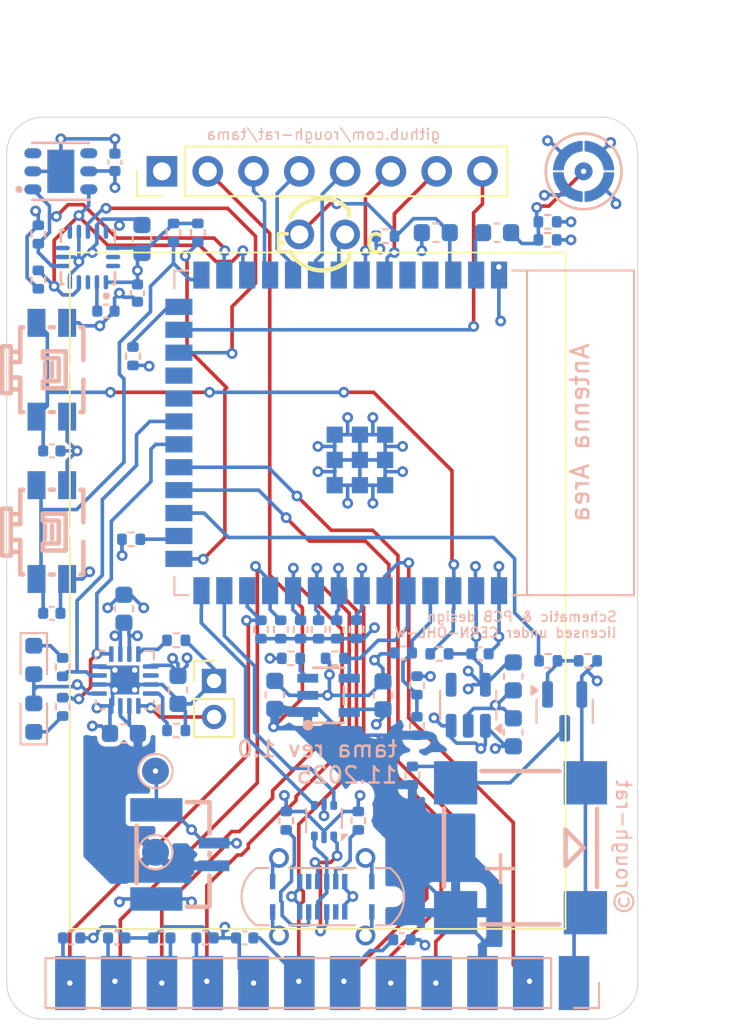
<source format=kicad_pcb>
(kicad_pcb (version 20241229) (generator "pcbnew") (generator_version "9.0")
  (layers (0 "F.Cu" signal) (4 "In1.Cu" signal) (6 "In2.Cu" signal) (2 "B.Cu" signal) (13 "F.Paste" user) (15 "B.Paste" user) (5 "F.SilkS" user "F.Silkscreen") (7 "B.SilkS" user "B.Silkscreen") (1 "F.Mask" user) (3 "B.Mask" user) (25 "Edge.Cuts" user))
  (net 0 "")
  (net 1 "+4V")
  (net 2 "Net-(Q5-D)")
  (net 3 "GND")
  (net 4 "VBUS")
  (net 5 "+3.3V")
  (net 6 "/VBAT_MEAS")
  (net 7 "/ESP_EN")
  (net 8 "Net-(U9-BYP)")
  (net 9 "/LIPO+")
  (net 10 "/4V_OUT")
  (net 11 "Net-(D1-K)")
  (net 12 "Net-(D2-K)")
  (net 13 "/4V_ENA")
  (net 14 "Net-(MIC102-+)")
  (net 15 "/MIC_OUT")
  (net 16 "Net-(Q5-G)")
  (net 17 "/PHOTO_OUT")
  (net 18 "/BQ_PGOOD")
  (net 19 "/BQ_CHG")
  (net 20 "Net-(U3-ISET)")
  (net 21 "Net-(U2-TS)")
  (net 22 "/I2C_SCL")
  (net 23 "/I2C_SDA")
  (net 24 "/SPK_PWM")
  (net 25 "Net-(U2-ISET)")
  (net 26 "Net-(U2-ILIM)")
  (net 28 "/DPAD_D")
  (net 29 "/BUT_A")
  (net 30 "/WS2812_OUT")
  (net 31 "/IO_OUT2")
  (net 33 "/DISP_BL")
  (net 36 "/DPAD_R")
  (net 37 "/PHOTO_DRIVE")
  (net 38 "/USBDM")
  (net 39 "/IO_OUT1")
  (net 40 "/DPAD_U")
  (net 41 "/BUT_B")
  (net 42 "/DPAD_L")
  (net 45 "/USBDP")
  (net 47 "/ESP_BOOT_B1")
  (net 48 "/DISP_MOSI")
  (net 49 "/DISP_DC")
  (net 50 "/DISP_RST")
  (net 51 "/DISP_SCLK")
  (net 52 "/DISP_CS")
  (net 53 "Net-(USB1-CC1)")
  (net 54 "Net-(USB1-CC2)")
  (net 55 "/ESP_USBDM")
  (net 56 "/ESP_USBDP")
  (net 59 "Net-(U4-GPIO3{slash}TOUCH3{slash}ADC1_CH2)")
  (net 60 "Net-(U4-GPIO45)")
  (net 61 "Net-(U4-GPIO46)")
  (net 64 "/TARG_TX")
  (net 65 "/TARG_RX")
  (net 69 "/ACC_INT")
  (footprint "easyeda2kicad:SENSOR-TH_BD4.0-P2.54-D0.5-1" (layer "F.Cu") (at 121.5 36.5)
    (property "Reference" "U7" (hide yes))
    (property "Value" "ALS-PT204-6C/L177" (hide yes))
  )
  (footprint "Connector_PinHeader_2.54mm:PinHeader_1x08_P2.54mm_Vertical" (layer "F.Cu") (at 112.61 33 90)
    (property "Reference" "J4" (hide yes))
    (property "Value" "Conn_01x08" (hide yes))
  )
  (footprint "Connector_PinHeader_2.00mm:PinHeader_1x02_P2.00mm_Vertical" (layer "F.Cu") (at 115.5 61.25)
    (property "Reference" "TP3" (hide yes))
    (property "Value" "TestPoint_2Pole")
  )
  (footprint "Resistor_SMD:R_0402_1005Metric" (layer "B.Cu") (at 126.75 61.5 -90)
    (property "Reference" "R11" (hide yes))
    (property "Value" "100k" (hide yes))
  )
  (footprint "Package_TO_SOT_SMD:SOT-666" (layer "B.Cu") (at 121.6 69 90)
    (property "Reference" "U6" (hide yes))
    (property "Value" "USBLC6-2P6" (hide yes))
  )
  (footprint "Resistor_SMD:R_0402_1005Metric" (layer "B.Cu") (at 105.75 36.5 90)
    (property "Reference" "R27" (hide yes))
    (property "Value" "3k" (hide yes))
  )
  (footprint "Capacitor_SMD:C_0603_1608Metric" (layer "B.Cu") (at 111.5 36.75 -90)
    (property "Reference" "C15" (hide yes))
    (property "Value" "10u")
  )
  (footprint "Resistor_SMD:R_0402_1005Metric" (layer "B.Cu") (at 120.3 58.4 -90)
    (property "Reference" "R13" (hide yes))
    (property "Value" "3k")
  )
  (footprint "easyeda2kicad:USB-C-SMD_GT-USB-7055E" (layer "B.Cu") (at 121.5 73.215)
    (property "Reference" "USB1" (hide yes))
    (property "Value" "GT-USB-7055E")
  )
  (footprint "easyeda2kicad:SW-SMD_EVQPUD02K" (layer "B.Cu") (at 106.5 44 180)
    (property "Reference" "SW1" (hide yes))
    (property "Value" "EVQPUC02K" (hide yes))
  )
  (footprint "LED_SMD:LED_0603_1608Metric" (layer "B.Cu") (at 105.5 60.0875 -90)
    (property "Reference" "D1" (hide yes))
    (property "Value" "LED_WHITE" (hide yes))
  )
  (footprint "TestPoint:TestPoint_Pad_D1.5mm" (layer "B.Cu") (at 112.25 66.25)
    (property "Reference" "TP2" (hide yes))
    (property "Value" "TestPoint")
  )
  (footprint "Capacitor_SMD:C_0402_1005Metric" (layer "B.Cu") (at 130.25 59.75)
    (property "Reference" "C13" (hide yes))
    (property "Value" "100n" (hide yes))
  )
  (footprint "Resistor_SMD:R_0402_1005Metric" (layer "B.Cu") (at 122.3 58.4 -90)
    (property "Reference" "R23" (hide yes))
    (property "Value" "3k")
  )
  (footprint "Package_TO_SOT_SMD:SOT-23" (layer "B.Cu") (at 134.95 62.9375 -90)
    (property "Reference" "Q5" (hide yes))
    (property "Value" "2N7002" (hide yes))
  )
  (footprint "Resistor_SMD:R_0402_1005Metric" (layer "B.Cu") (at 107.1 62.6875 -90)
    (property "Reference" "R5" (hide yes))
    (property "Value" "10k" (hide yes))
  )
  (footprint "Resistor_SMD:R_0402_1005Metric" (layer "B.Cu") (at 114.6 36.4 90)
    (property "Reference" "R24" (hide yes))
    (property "Value" "100k" (hide yes))
  )
  (footprint "Resistor_SMD:R_0402_1005Metric" (layer "B.Cu") (at 111 43.25 90)
    (property "Reference" "R28" (hide yes))
    (property "Value" "100k" (hide yes))
  )
  (footprint "Capacitor_SMD:C_0402_1005Metric" (layer "B.Cu") (at 125.92 75.6)
    (property "Reference" "C23" (hide yes))
    (property "Value" "100n")
  )
  (footprint "Resistor_SMD:R_0402_1005Metric" (layer "B.Cu") (at 110.9 53.4)
    (property "Reference" "R29" (hide yes))
    (property "Value" "100k" (hide yes))
  )
  (footprint "TestPoint:TestPoint_Pad_D1.5mm" (layer "B.Cu") (at 112.25 70.75)
    (property "Reference" "TP1" (hide yes))
    (property "Value" "TestPoint")
  )
  (footprint "Capacitor_SMD:C_0603_1608Metric" (layer "B.Cu") (at 110.5 64.1625 180)
    (property "Reference" "C9" (hide yes))
    (property "Value" "10u" (hide yes))
  )
  (footprint "Resistor_SMD:R_0402_1005Metric" (layer "B.Cu") (at 119.5 69 90)
    (property "Reference" "R6" (hide yes))
    (property "Value" "5.1k")
  )
  (footprint "easyeda2kicad:BUZ-SMD_4P-L8.5-W8.5-P8.50-BR" (layer "B.Cu") (at 132.5 70.5 90)
    (property "Reference" "BUZZER2" (hide yes))
    (property "Value" "MLT-8530")
  )
  (footprint "Connector_PinHeader_2.54mm:PinHeader_1x12_P2.54mm_Vertical" (layer "B.Cu") (at 135.47 78 90)
    (property "Reference" "J1" (hide yes))
    (property "Value" "Conn_01x12" (hide yes))
  )
  (footprint "Resistor_SMD:R_0402_1005Metric" (layer "B.Cu") (at 119.77 60)
    (property "Reference" "R7" (hide yes))
    (property "Value" "10k" (hide yes))
  )
  (footprint "Package_DFN_QFN:VQFN-16-1EP_3x3mm_P0.5mm_EP1.6x1.6mm_ThermalVias" (layer "B.Cu") (at 110.55 61.2 90)
    (property "Reference" "U2" (hide yes))
    (property "Value" "BQ24073RGT" (hide yes))
  )
  (footprint "Resistor_SMD:R_0402_1005Metric" (layer "B.Cu") (at 134.04 60.1375)
    (property "Reference" "R18" (hide yes))
    (property "Value" "10k" (hide yes))
  )
  (footprint "Resistor_SMD:R_0402_1005Metric" (layer "B.Cu") (at 126.5 66.5 -90)
    (property "Reference" "R17" (hide yes))
    (property "Value" "100k" (hide yes))
  )
  (footprint "Package_TO_SOT_SMD:SOT-23-5" (layer "B.Cu") (at 129.6 62.6 90)
    (property "Reference" "U1" (hide yes))
    (property "Value" "SPX3819M5-L-3-3" (hide yes))
  )
  (footprint "Resistor_SMD:R_0402_1005Metric" (layer "B.Cu") (at 113.4 59 180)
    (property "Reference" "R21" (hide yes))
    (property "Value" "3k" (hide yes))
  )
  (footprint "Espressif:ESP32-S3-WROOM-1" (layer "B.Cu") (at 123.05 47.5 90)
    (property "Reference" "U4" (hide yes))
    (property "Value" "ESP32-S3-WROOM-1")
  )
  (footprint "Resistor_SMD:R_0402_1005Metric" (layer "B.Cu") (at 128 59.75)
    (property "Reference" "R15" (hide yes))
    (property "Value" "10k" (hide yes))
  )
  (footprint "Capacitor_SMD:C_0603_1608Metric" (layer "B.Cu") (at 113.5 61.75 -90)
    (property "Reference" "C1" (hide yes))
    (property "Value" "10u" (hide yes))
  )
  (footprint "Capacitor_SMD:C_0402_1005Metric" (layer "B.Cu") (at 109.5 40.75)
    (property "Reference" "C10" (hide yes))
    (property "Value" "100n" (hide yes))
  )
  (footprint "easyeda2kicad:CONN-SMD_SM02B-GHS-TB-LF-SN" (layer "B.Cu") (at 113.9 70.87 90)
    (property "Reference" "U5" (hide yes))
    (property "Value" "SM02B-GHS-TB(LF)(SN)")
  )
  (footprint "easyeda2kicad:QFN-16_L3.0-W3.0-P0.50-TL_FXOS8700CQR1" (layer "B.Cu") (at 108.5 37.75 90)
    (property "Reference" "U9" (hide yes))
    (property "Value" "MMA8451QR1" (hide yes))
  )
  (footprint "easyeda2kicad:SW-SMD_EVQPUD02K" (layer "B.Cu") (at 106.5 53 180)
    (property "Reference" "SW2" (hide yes))
    (property "Value" "EVQPUC02K" (hide yes))
  )
  (footprint "Capacitor_SMD:C_0402_1005Metric" (layer "B.Cu") (at 110.1 75.5)
    (property "Reference" "C20" (hide yes))
    (property "Value" "100n")
  )
  (footprint "Capacitor_SMD:C_0603_1608Metric" (layer "B.Cu") (at 110.5 57.25 90)
    (property "Reference" "C2" (hide yes))
    (property "Value" "10u" (hide yes))
  )
  (footprint "Capacitor_SMD:C_0603_1608Metric" (layer "B.Cu") (at 118.87 62.025 90)
    (property "Reference" "C14" (hide yes))
    (property "Value" "10u" (hide yes))
  )
  (footprint "Capacitor_SMD:C_0603_1608Metric" (layer "B.Cu") (at 124.87 62.05 90)
    (property "Reference" "C11" (hide yes))
    (property "Value" "10u" (hide yes))
  )
  (footprint "Capacitor_SMD:C_0402_1005Metric" (layer "B.Cu") (at 117.2 75.5 180)
    (property "Reference" "C22" (hide yes))
    (property "Value" "100n")
  )
  (footprint "Capacitor_SMD:C_0402_1005Metric" (layer "B.Cu") (at 106.5 48.5)
    (property "Reference" "C7" (hide yes))
    (property "Value" "100n" (hide yes))
  )
  (footprint "Resistor_SMD:R_0402_1005Metric" (layer "B.Cu") (at 121.3 58.4 -90)
    (property "Reference" "R8" (hide yes))
    (property "Value" "3k")
  )
  (footprint "Capacitor_SMD:C_0402_1005Metric" (layer "B.Cu") (at 111.25 39.75 -90)
    (property "Reference" "C6" (hide yes))
    (property "Value" "100n" (hide yes))
  )
  (footprint "Resistor_SMD:R_0402_1005Metric" (layer "B.Cu") (at 107.1 60.4875 90)
    (property "Reference" "R4" (hide yes))
    (property "Value" "10k" (hide yes))
  )
  (footprint "Capacitor_SMD:C_0402_1005Metric" (layer "B.Cu") (at 126 59.7 180)
    (property "Reference" "C5" (hide yes))
    (property "Value" "100n" (hide yes))
  )
  (footprint "Resistor_SMD:R_0402_1005Metric" (layer "B.Cu") (at 119.2 58.4 -90)
    (property "Reference" "R14" (hide yes))
    (property "Value" "3k")
  )
  (footprint "easyeda2kicad:MIC-SMD_BD4.0-4013_SMDA" (layer "B.Cu") (at 136 33)
    (property "Reference" "MIC102" (hide yes))
    (property "Value" "MIC-4013-G-G00" (hide yes))
  )
  (footprint "Resistor_SMD:R_0402_1005Metric" (layer "B.Cu") (at 113.4 64 180)
    (property "Reference" "R20" (hide yes))
    (property "Value" "3k" (hide yes))
  )
  (footprint "Resistor_SMD:R_0402_1005Metric" (layer "B.Cu") (at 134 36.8)
    (property "Reference" "R1" (hide yes))
    (property "Value" "3k" (hide yes))
  )
  (footprint "Resistor_SMD:R_0402_1005Metric" (layer "B.Cu") (at 122.2 60)
    (property "Reference" "R9" (hide yes))
    (property "Value" "100k" (hide yes))
  )
  (footprint "Resistor_SMD:R_0402_1005Metric" (layer "B.Cu") (at 136.24 60.1375 180)
    (property "Reference" "R19" (hide yes))
    (property "Value" "100k" (hide yes))
  )
  (footprint "Capacitor_SMD:C_0402_1005Metric" (layer "B.Cu") (at 115 75.5)
    (property "Reference" "C16" (hide yes))
    (property "Value" "100n")
  )
  (footprint "Resistor_SMD:R_0402_1005Metric" (layer "B.Cu") (at 113.25 36.4 90)
    (property "Reference" "R22" (hide yes))
    (property "Value" "10k" (hide yes))
  )
  (footprint "LED_SMD:LED_0603_1608Metric" (layer "B.Cu") (at 105.5 63.2875 90)
    (property "Reference" "D2" (hide yes))
    (property "Value" "LED_RED" (hide yes))
  )
  (footprint "Capacitor_SMD:C_0402_1005Metric" (layer "B.Cu") (at 107.6 75.5)
    (property "Reference" "C21" (hide yes))
    (property "Value" "100n")
  )
  (footprint "Resistor_SMD:R_0402_1005Metric" (layer "B.Cu") (at 125 36.6)
    (property "Reference" "R3" (hide yes))
    (property "Value" "5.1k" (hide yes))
  )
  (footprint "Capacitor_SMD:C_0603_1608Metric" (layer "B.Cu") (at 131.2 36.4)
    (property "Reference" "C12" (hide yes))
    (property "Value" "10u" (hide yes))
  )
  (footprint "Resistor_SMD:R_0402_1005Metric" (layer "B.Cu") (at 123.5 69 90)
    (property "Reference" "R12" (hide yes))
    (property "Value" "5.1k")
  )
  (footprint "Capacitor_SMD:C_0402_1005Metric" (layer "B.Cu") (at 106.5 57.5)
    (property "Reference" "C8" (hide yes))
    (property "Value" "100n" (hide yes))
  )
  (footprint "easyeda2kicad:SENSOR-SMD_HDC1080DMBR" (layer "B.Cu") (at 107 33)
    (property "Reference" "S1" (hide yes))
    (property "Value" "HDC1080DMBR" (hide yes))
  )
  (footprint "Capacitor_SMD:C_0402_1005Metric" (layer "B.Cu") (at 110 32.5 90)
    (property "Reference" "C17" (hide yes))
    (property "Value" "100n" (hide yes))
  )
  (footprint "easyeda2kicad:SOT-23-5_L3.0-W1.7-P0.95-LS2.8-BL" (layer "B.Cu") (at 121.85 62.05 90)
    (property "Reference" "U3" (hide yes))
    (property "Value" "SY6280AAC" (hide yes))
  )
  (footprint "Capacitor_SMD:C_0603_1608Metric" (layer "B.Cu") (at 132.1 64.1 90)
    (property "Reference" "C3" (hide yes))
    (property "Value" "10u" (hide yes))
  )
  (footprint "Capacitor_SMD:C_0603_1608Metric" (layer "B.Cu") (at 127.8 36.4)
    (property "Reference" "C18" (hide yes))
    (property "Value" "10u" (hide yes))
  )
  (footprint "Capacitor_SMD:C_0603_1608Metric" (layer "B.Cu") (at 132.1 61 -90)
    (property "Reference" "C4" (hide yes))
    (property "Value" "10u" (hide yes))
  )
  (footprint "Resistor_SMD:R_0402_1005Metric" (layer "B.Cu") (at 118.1 58.4 -90)
    (property "Reference" "R16" (hide yes))
    (property "Value" "3k")
  )
  (footprint "Capacitor_SMD:C_0402_1005Metric" (layer "B.Cu") (at 112.6 75.5 180)
    (property "Reference" "C19" (hide yes))
    (property "Value" "100n")
  )
  (footprint "Resistor_SMD:R_0402_1005Metric" (layer "B.Cu") (at 123.4 58.39 -90)
    (property "Reference" "R25" (hide yes))
    (property "Value" "3k")
  )
  (footprint "Resistor_SMD:R_0402_1005Metric" (layer "B.Cu") (at 134 35.8 180)
    (property "Reference" "R2" (hide yes))
    (property "Value" "5.1k" (hide yes))
  )
  (footprint "Resistor_SMD:R_0402_1005Metric" (layer "B.Cu") (at 105.75 39 -90)
    (property "Reference" "R26" (hide yes))
    (property "Value" "3k" (hide yes))
  )
  (footprint "Resistor_SMD:R_0402_1005Metric" (layer "B.Cu") (at 126.75 63.75 -90)
    (property "Reference" "R10" (hide yes))
    (property "Value" "100k" (hide yes))
  )
  (gr_rect (start 107.5 37.5) (end 135 75) (stroke (width 0.1)) (fill no) (layer "F.SilkS"))
  (gr_arc (start 139 78) (mid 138.414214 79.414214) (end 137 80) (stroke (width 0.05)) (layer "Edge.Cuts"))
  (gr_line (start 104 78) (end 104 55.5) (stroke (width 0.05)) (layer "Edge.Cuts"))
  (gr_line (start 139 78) (end 139 55.5) (stroke (width 0.05)) (layer "Edge.Cuts"))
  (gr_arc (start 106 80) (mid 104.585786 79.414214) (end 104 78) (stroke (width 0.05)) (layer "Edge.Cuts"))
  (gr_line (start 104 32) (end 104 55.5) (stroke (width 0.05)) (layer "Edge.Cuts"))
  (gr_line (start 106 80) (end 121.5 80) (stroke (width 0.05)) (layer "Edge.Cuts"))
  (gr_line (start 106 30) (end 121.5 30) (stroke (width 0.05)) (layer "Edge.Cuts"))
  (gr_line (start 137 80) (end 121.5 80) (stroke (width 0.05)) (layer "Edge.Cuts"))
  (gr_arc (start 137 30) (mid 138.414214 30.585786) (end 139 32) (stroke (width 0.05)) (layer "Edge.Cuts"))
  (gr_arc (start 104 32) (mid 104.585786 30.585786) (end 106 30) (stroke (width 0.05)) (layer "Edge.Cuts"))
  (gr_line (start 139 32) (end 139 55.5) (stroke (width 0.05)) (layer "Edge.Cuts"))
  (gr_line (start 137 30) (end 121.5 30) (stroke (width 0.05)) (layer "Edge.Cuts"))
  (gr_text "tama rev 1.0\n11.2025" (at 125.75 67 0) (layer "B.SilkS") (effects (font (size 0.9 0.9) (thickness 0.14)) (justify left bottom mirror)))
  (gr_text "©rough-rat" (at 137.75 74.25 270) (layer "B.SilkS") (effects (font (size 0.8 0.8) (thickness 0.12)) (justify left bottom mirror)))
  (gr_text "Schematic & PCB design\nlicensed under CERN-OHL-W" (at 137.9 58.9 0) (layer "B.SilkS") (effects (font (size 0.55 0.55) (thickness 0.1) (bold yes)) (justify left bottom mirror)))
  (gr_text "github.com/rough-rat/tama" (at 128.1 31.3 0) (layer "B.SilkS") (effects (font (size 0.6 0.6) (thickness 0.08)) (justify left bottom mirror)))
  (via (at 124.5 63.66) (size 0.6) (drill 0.3) (layers "F.Cu" "B.Cu") (net 1))
  (via (at 110 58.75) (size 0.6) (drill 0.3) (layers "F.Cu" "B.Cu") (net 1))
  (via (at 107.913181 61.454723) (size 0.6) (drill 0.3) (layers "F.Cu" "B.Cu") (net 1))
  (via (at 111.25 58.75) (size 0.6) (drill 0.3) (layers "F.Cu" "B.Cu") (net 1))
  (via (at 131.1 65) (size 0.6) (drill 0.3) (layers "F.Cu" "B.Cu") (net 1))
  (via (at 130.3 65) (size 0.6) (drill 0.3) (layers "F.Cu" "B.Cu") (net 1))
  (via (at 127.7 63.3) (size 0.6) (drill 0.3) (layers "F.Cu" "B.Cu") (net 1))
  (segment (start 110.3 58.25) (end 110.775 58.25) (width 0.2) (layer "B.Cu") (net 1))
  (segment (start 128.65 63.7375) (end 128.1375 63.7375) (width 0.2) (layer "B.Cu") (net 1))
  (segment (start 105.5 61.75) (end 105.5 60.875) (width 0.2) (layer "B.Cu") (net 1))
  (segment (start 132.1 64.875) (end 131.225 64.875) (width 0.2) (layer "B.Cu") (net 1))
  (segment (start 110.8 58.725) (end 110.8 58.75) (width 0.2) (layer "B.Cu") (net 1))
  (segment (start 110.8 58.75) (end 111.25 58.75) (width 0.2) (layer "B.Cu") (net 1))
  (segment (start 108 61.5685) (end 108 61.541542) (width 0.2) (layer "B.Cu") (net 1))
  (segment (start 130.55 64.8) (end 130.55 63.7375) (width 0.2) (layer "B.Cu") (net 1))
  (segment (start 108 61.541542) (end 107.913181 61.454723) (width 0.2) (layer "B.Cu") (net 1))
  (segment (start 110.3 59.7625) (end 110.3 58.75) (width 0.2) (layer "B.Cu") (net 1))
  (segment (start 108.549943 61.95) (end 108.168443 61.5685) (width 0.2) (layer "B.Cu") (net 1))
  (segment (start 124.87 62.825) (end 123.175 62.825) (width 0.2) (layer "B.Cu") (net 1))
  (segment (start 110.3 58.75) (end 110 58.75) (width 0.2) (layer "B.Cu") (net 1))
  (segment (start 128.65 64.399999) (end 128.65 63.7375) (width 0.2) (layer "B.Cu") (net 1))
  (segment (start 110.8 58.75) (end 110.8 59.7625) (width 0.2) (layer "B.Cu") (net 1))
  (segment (start 130.3 65) (end 130.35 65) (width 0.2) (layer "B.Cu") (net 1))
  (segment (start 105.6815 61.5685) (end 105.5 61.75) (width 0.2) (layer "B.Cu") (net 1))
  (segment (start 123.175 62.825) (end 123 63) (width 0.2) (layer "B.Cu") (net 1))
  (segment (start 130.3 65) (end 130 64.7) (width 0.2) (layer "B.Cu") (net 1))
  (segment (start 128.1375 63.7375) (end 127.7 63.3) (width 0.2) (layer "B.Cu") (net 1))
  (segment (start 105.5 62.5) (end 105.5 61.75) (width 0.2) (layer "B.Cu") (net 1))
  (segment (start 131.6875 64.875) (end 130.55 63.7375) (width 0.2) (layer "B.Cu") (net 1))
  (segment (start 110.775 58.25) (end 110.775 58.7) (width 0.2) (layer "B.Cu") (net 1))
  (segment (start 132.1 64.875) (end 131.6875 64.875) (width 0.2) (layer "B.Cu") (net 1))
  (segment (start 109.1125 61.95) (end 108.549943 61.95) (width 0.2) (layer "B.Cu") (net 1))
  (segment (start 130 64.7) (end 128.950001 64.7) (width 0.2) (layer "B.Cu") (net 1))
  (segment (start 110.775 58.7) (end 110.8 58.725) (width 0.2) (layer "B.Cu") (net 1))
  (segment (start 110.3 58.75) (end 110.3 58.25) (width 0.2) (layer "B.Cu") (net 1))
  (segment (start 128.950001 64.7) (end 128.65 64.399999) (width 0.2) (layer "B.Cu") (net 1))
  (segment (start 108 61.5685) (end 105.6815 61.5685) (width 0.2) (layer "B.Cu") (net 1))
  (segment (start 131.225 64.875) (end 131.1 65) (width 0.2) (layer "B.Cu") (net 1))
  (segment (start 124.87 62.825) (end 124.87 63.29) (width 0.2) (layer "B.Cu") (net 1))
  (segment (start 124.87 63.29) (end 124.5 63.66) (width 0.2) (layer "B.Cu") (net 1))
  (segment (start 108.168443 61.5685) (end 108 61.5685) (width 0.2) (layer "B.Cu") (net 1))
  (segment (start 130.35 65) (end 130.55 64.8) (width 0.2) (layer "B.Cu") (net 1))
  (segment (start 131.925 66.9) (end 128.9 66.9) (width 0.2) (layer "B.Cu") (net 2))
  (segment (start 126.5 65.99) (end 127.99 65.99) (width 0.2) (layer "B.Cu") (net 2))
  (segment (start 127.99 65.99) (end 128.9 66.9) (width 0.2) (layer "B.Cu") (net 2))
  (segment (start 134.95 63.875) (end 131.925 66.9) (width 0.2) (layer "B.Cu") (net 2))
  (via (at 116.75 70.25) (size 0.6) (drill 0.3) (layers "F.Cu" "B.Cu") (net 3))
  (via (at 114.25 69.5) (size 0.6) (drill 0.3) (layers "F.Cu" "B.Cu") (net 3))
  (via (at 124.7 37.3) (size 0.6) (drill 0.3) (layers "F.Cu" "B.Cu") (net 3))
  (via (at 108.75 37.5) (size 0.6) (drill 0.3) (layers "F.Cu" "B.Cu") (net 3))
  (via (at 107.9 48.5) (size 0.6) (drill 0.3) (layers "F.Cu" "B.Cu") (net 3))
  (via (at 137.5 31.4) (size 0.6) (drill 0.3) (layers "F.Cu" "B.Cu") (net 3))
  (via (at 117.69 78) (size 0.6) (drill 0.3) (layers "F.Cu" "B.Cu") (net 3))
  (via (at 111.9 43.8) (size 0.6) (drill 0.3) (layers "F.Cu" "B.Cu") (net 3))
  (via (at 134 31.3) (size 0.6) (drill 0.3) (layers "F.Cu" "B.Cu") (net 3))
  (via (at 135.3 35.8) (size 0.6) (drill 0.3) (layers "F.Cu" "B.Cu") (net 3))
  (via (at 108 38) (size 0.6) (drill 0.3) (layers "F.Cu" "B.Cu") (net 3))
  (via (at 109.165 41.565) (size 0.6) (drill 0.3) (layers "F.Cu" "B.Cu") (net 3))
  (via (at 110.4 54.3) (size 0.6) (drill 0.3) (layers "F.Cu" "B.Cu") (net 3))
  (via (at 131.1 62.6) (size 0.6) (drill 0.3) (layers "F.Cu" "B.Cu") (net 3))
  (via (at 124.31 51.4) (size 0.6) (drill 0.3) (layers "F.Cu" "B.Cu") (net 3))
  (via (at 123.6 67.6) (size 0.6) (drill 0.3) (layers "F.Cu" "B.Cu") (net 3))
  (via (at 124.4 60.1) (size 0.6) (drill 0.3) (layers "F.Cu" "B.Cu") (net 3))
  (via (at 131.3 58.8) (size 0.6) (drill 0.3) (layers "F.Cu" "B.Cu") (net 3))
  (via (at 109 62.75) (size 0.6) (drill 0.3) (layers "F.Cu" "B.Cu") (net 3))
  (via (at 122.91 51.4) (size 0.6) (drill 0.3) (layers "F.Cu" "B.Cu") (net 3))
  (via (at 125.96 48.25) (size 0.6) (drill 0.3) (layers "F.Cu" "B.Cu") (net 3))
  (via (at 122.91 46.65) (size 0.6) (drill 0.3) (layers "F.Cu" "B.Cu") (net 3))
  (via (at 110.25 36) (size 0.6) (drill 0.3) (layers "F.Cu" "B.Cu") (net 3))
  (via (at 121.26 49.65) (size 0.6) (drill 0.3) (layers "F.Cu" "B.Cu") (net 3))
  (via (at 133.825735 34.325735) (size 0.6) (drill 0.3) (layers "F.Cu" "B.Cu") (net 3))
  (via (at 111.6 57.2) (size 0.6) (drill 0.3) (layers "F.Cu" "B.Cu") (net 3))
  (via (at 114.25 73.5) (size 0.6) (drill 0.3) (layers "F.Cu" "B.Cu") (net 3))
  (via (at 127.5 61) (size 0.6) (drill 0.3) (layers "F.Cu" "B.Cu") (net 3))
  (via (at 125.96 49.65) (size 0.6) (drill 0.3) (layers "F.Cu" "B.Cu") (net 3))
  (via (at 110 31.2) (size 0.6) (drill 0.3) (layers "F.Cu" "B.Cu") (net 3))
  (via (at 110.25 73.5) (size 0.6) (drill 0.3) (layers "F.Cu" "B.Cu") (net 3))
  (via (at 116.1 74.9) (size 0.6) (drill 0.3) (layers "F.Cu" "B.Cu") (net 3))
  (via (at 127.025 37.4) (size 0.6) (drill 0.3) (layers "F.Cu" "B.Cu") (net 3))
  (via (at 118.6 60) (size 0.6) (drill 0.3) (layers "F.Cu" "B.Cu") (net 3))
  (via (at 124.31 46.65) (size 0.6) (drill 0.3) (layers "F.Cu" "B.Cu") (net 3))
  (via (at 107 31.2) (size 0.6) (drill 0.3) (layers "F.Cu" "B.Cu") (net 3))
  (via (at 110.25 39.75) (size 0.6) (drill 0.3) (layers "F.Cu" "B.Cu") (net 3))
  (via (at 131.3 54.9) (size 0.6) (drill 0.3) (layers "F.Cu" "B.Cu") (net 3))
  (via (at 136.75 61.25) (size 0.6) (drill 0.3) (layers "F.Cu" "B.Cu") (net 3))
  (via (at 108.75 63.75) (size 0.6) (drill 0.3) (layers "F.Cu" "B.Cu") (net 3))
  (via (at 119.4 67.6) (size 0.6) (drill 0.3) (layers "F.Cu" "B.Cu") (net 3))
  (via (at 121.8 62.05) (size 0.6) (drill 0.3) (layers "F.Cu" "B.Cu") (net 3))
  (via (at 131.4 41.3) (size 0.6) (drill 0.3) (layers "F.Cu" "B.Cu") (net 3))
  (via (at 121.9 60.9) (size 0.6) (drill 0.3) (layers "F.Cu" "B.Cu") (net 3))
  (via (at 121.26 48.25) (size 0.6) (drill 0.3) (layers "F.Cu" "B.Cu") (net 3))
  (via (at 112.25 66.25) (size 0.6) (drill 0.3) (layers "F.Cu" "B.Cu") (net 3))
  (via (at 108.6 55.2) (size 0.6) (drill 0.3) (layers "F.Cu" "B.Cu") (net 3))
  (via (at 109.6 57.2) (size 0.6) (drill 0.3) (layers "F.Cu" "B.Cu") (net 3))
  (via (at 108.8 75.5) (size 0.6) (drill 0.3) (layers "F.Cu" "B.Cu") (net 3))
  (via (at 127.2 75.9) (size 0.6) (drill 0.3) (layers "F.Cu" "B.Cu") (net 3))
  (via (at 131.3 38.3) (size 0.6) (drill 0.3) (layers "F.Cu" "B.Cu") (net 3))
  (via (at 137.8 34.8) (size 0.6) (drill 0.3) (layers "F.Cu" "B.Cu") (net 3))
  (segment (start 108 38) (end 108 36.35) (width 0.2) (layer "B.Cu") (net 3))
  (segment (start 136.1 74.1) (end 136.1 74.4) (width 0.2) (layer "B.Cu") (net 3))
  (segment (start 110.25 35.649) (end 110.25 36) (width 0.2) (layer "B.Cu") (net 3))
  (segment (start 116.74 70.24) (end 116.75 70.25) (width 0.2) (layer "B.Cu") (net 3))
  (segment (start 114.225 62.525) (end 115.5 61.25) (width 0.2) (layer "B.Cu") (net 3))
  (segment (start 111.9875 61.45) (end 112.625 61.45) (width 0.2) (layer "B.Cu") (net 3))
  (segment (start 126.75 60.99) (end 127.49 60.99) (width 0.2) (layer "B.Cu") (net 3))
  (segment (start 112.3 73.34) (end 110.41 73.34) (width 0.2) (layer "B.Cu") (net 3))
  (segment (start 108.165 41.565) (end 108 41.4) (width 0.2) (layer "B.Cu") (net 3))
  (segment (start 114.869 74.889) (end 115.48 75.5) (width 0.2) (layer "B.Cu") (net 3))
  (segment (start 135.3 35.8) (end 134.51 35.8) (width 0.2) (layer "B.Cu") (net 3))
  (segment (start 131.28 58.82) (end 131.3 58.8) (width 0.2) (layer "B.Cu") (net 3))
  (segment (start 111 39.98) (end 110.48 39.98) (width 0.2) (layer "B.Cu") (net 3))
  (segment (start 131 62.774) (end 129.901001 62.774) (width 0.2) (layer "B.Cu") (net 3))
  (segment (start 118.75 75.015) (end 119.1 75.365) (width 0.2) (layer "B.Cu") (net 3))
  (segment (start 135.9 60.9875) (end 136.19375 60.69375) (width 0.2) (layer "B.Cu") (net 3))
  (segment (start 116.72 75.5) (end 116 75.5) (width 0.2) (layer "B.Cu") (net 3))
  (segment (start 121.6 69.576642) (end 122.686642 68.49) (width 0.2) (layer "B.Cu") (net 3))
  (segment (start 107.1 37.75) (end 107.75 37.75) (width 0.2) (layer "B.Cu") (net 3))
  (segment (start 135.9 66.7) (end 136.1 66.9) (width 0.2) (layer "B.Cu") (net 3))
  (segment (start 108 38) (end 108 38.227455) (width 0.2) (layer "B.Cu") (net 3))
  (segment (start 112.3 66.3) (end 112.25 66.25) (width 0.2) (layer "B.Cu") (net 3))
  (segment (start 109.725 64.1625) (end 109.6625 64.1625) (width 0.2) (layer "B.Cu") (net 3))
  (segment (start 137.8 34.8) (end 137.8 34.6) (width 0.2) (layer "B.Cu") (net 3))
  (segment (start 122.91 47.6) (end 122.91 46.65) (width 0.2) (layer "B.Cu") (net 3))
  (segment (start 131.3 56) (end 131.31 56.01) (width 0.2) (layer "B.Cu") (net 3))
  (segment (start 109.7 61.45) (end 110 61.75) (width 0.2) (layer "B.Cu") (net 3))
  (segment (start 124.25 71.415) (end 123.9 71.065) (width 0.2) (layer "B.Cu") (net 3))
  (segment (start 105.45 33) (end 107 33) (width 0.2) (layer "B.Cu") (net 3))
  (segment (start 124.75 59.75) (end 124.4 60.1) (width 0.2) (layer "B.Cu") (net 3))
  (segment (start 115.5 70.24) (end 114.99 70.24) (width 0.2) (layer "B.Cu") (net 3))
  (segment (start 135.9 62) (end 135.9 60.9875) (width 0.2) (layer "B.Cu") (net 3))
  (segment (start 125.01 48.25) (end 125.96 48.25) (width 0.2) (layer "B.Cu") (net 3))
  (segment (start 134 31.3) (end 134.1 31.3) (width 0.2) (layer "B.Cu") (net 3))
  (segment (start 111.25 40.23) (end 111 39.98) (width 0.2) (layer "B.Cu") (net 3))
  (segment (start 124.31 47.6) (end 124.31 46.65) (width 0.2) (layer "B.Cu") (net 3))
  (segment (start 134.1 31.3) (end 134.92 32.12) (width 0.2) (layer "B.Cu") (net 3))
  (segment (start 112.731 74.889) (end 114.869 74.889) (width 0.2) (layer "B.Cu") (net 3))
  (segment (start 115.5 61.25) (end 115.5 60.59) (width 0.2) (layer "B.Cu") (net 3))
  (segment (start 118.6 60) (end 119.26 60) (width 0.2) (layer "B.Cu") (net 3))
  (segment (start 116 75.5) (end 115.48 75.5) (width 0.2) (layer "B.Cu") (net 3))
  (segment (start 121.6 69.576642) (end 120.513358 68.49) (width 0.2) (layer "B.Cu") (net 3))
  (segment (start 124.25 72.375) (end 124.25 71.415) (width 0.2) (layer "B.Cu") (net 3))
  (segment (start 131.999 61.775) (end 131 62.774) (width 0.2) (layer "B.Cu") (net 3))
  (segment (start 120.513358 68.49) (end 119.5 68.49) (width 0.2) (layer "B.Cu") (net 3))
  (segment (start 125.52 59.7) (end 125.47 59.75) (width 0.2) (layer "B.Cu") (net 3))
  (segment (start 107 33) (end 107 31.2) (width 0.2) (layer "B.Cu") (net 3))
  (segment (start 112.12 75.5) (end 110.58 75.5) (width 0.2) (layer "B.Cu") (net 3))
  (segment (start 127.49 60.99) (end 127.5 61) (width 0.2) (layer "B.Cu") (net 3))
  (segment (start 112.12 75.5) (end 112.731 74.889) (width 0.2) (layer "B.Cu") (net 3))
  (segment (start 116.9 77.21) (end 116.9 75.68) (width 0.2) (layer "B.Cu") (net 3))
  (segment (start 124.7 37.3) (end 124.49 37.09) (width 0.2) (layer "B.Cu") (net 3))
  (segment (start 119.67 62.05) (end 118.87 61.25) (width 0.2) (layer "B.Cu") (net 3))
  (segment (start 131 62.774) (end 131 62.7) (width 0.2) (layer "B.Cu") (net 3))
  (segment (start 108.08 75.5) (end 108.8 75.5) (width 0.2) (layer "B.Cu") (net 3))
  (segment (start 109 36.35) (end 109 37) (width 0.2) (layer "B.Cu") (net 3))
  (segment (start 111 43.76) (end 111.86 43.76) (width 0.2) (layer "B.Cu") (net 3))
  (segment (start 107.75 37.75) (end 108 38) (width 0.2) (layer "B.Cu") (net 3))
  (segment (start 110.41 73.34) (end 110.25 73.5) (width 0.2) (layer "B.Cu") (net 3))
  (segment (start 118.75 74.055) (end 118.75 75.015) (width 0.2) (layer "B.Cu") (net 3))
  (segment (start 106.98 48.5) (end 107.9 48.5) (width 0.2) (layer "B.Cu") (net 3))
  (segment (start 111.9875 61.45) (end 111.4 61.45) (width 0.2) (layer "B.Cu") (net 3))
  (segment (start 118.75 72.375) (end 118.75 71.415) (width 0.2) (layer "B.Cu") (net 3))
  (segment (start 107.35 47.95) (end 107.9 48.5) (width 0.2) (layer "B.Cu") (net 3))
  (segment (start 131.549 62.774) (end 131 62.774) (width 0.2) (layer "B.Cu") (net 3))
  (segment (start 109.725 64.1625) (end 109.725 62.7125) (width 0.2) (layer "B.Cu") (net 3))
  (segment (start 107.35 49.05) (end 107.9 48.5) (width 0.2) (layer "B.Cu") (net 3))
  (segment (start 136.1 66.9) (end 136.1 74.1) (width 0.2) (layer "B.Cu") (net 3))
  (segment (start 121.9 61.95) (end 121.8 62.05) (width 0.2) (layer "B.Cu") (net 3))
  (segment (start 109.874 62.5635) (end 109.874 61.876) (width 0.2) (layer "B.Cu") (net 3))
  (segment (start 124.87 61.275) (end 124.87 60.57) (width 0.2) (layer "B.Cu") (net 3))
  (segment (start 110.58 75.5) (end 109.969 74.889) (width 0.2) (layer "B.Cu") (net 3))
  (segment (start 112.3 68.4) (end 112.3 66.3) (width 0.2) (layer "B.Cu") (net 3))
  (segment (start 122.19 47.6) (end 122.19 50.4) (width 0.2) (layer "B.Cu") (net 3))
  (segment (start 114.25 69.5) (end 113.75 69) (width 0.2) (layer "B.Cu") (net 3))
  (segment (start 110 32.02) (end 110 31.2) (width 0.2) (layer "B.Cu") (net 3))
  (segment (start 132.1 63.325) (end 131.549 62.774) (width 0.2) (layer "B.Cu") (net 3))
  (segment (start 129.901001 62.774) (end 129.6 63.075001) (width 0.2) (layer "B.Cu") (net 3))
  (segment (start 122.21 48.25) (end 121.26 48.25) (width 0.2) (layer "B.Cu") (net 3))
  (segment (start 131.3 54.9) (end 131.3 56) (width 0.2) (layer "B.Cu") (net 3))
  (segment (start 136.19375 60.69375) (end 136.75 61.25) (width 0.2) (layer "B.Cu") (net 3))
  (segment (start 121.6 69.925) (end 121.6 69.576642) (width 0.2) (layer "B.Cu") (net 3))
  (segment (start 109.1635 60.501) (end 109.851 60.501) (width 0.2) (layer "B.Cu") (net 3))
  (segment (start 124.31 47.6) (end 122.91 47.6) (width 0.2) (layer "B.Cu") (net 3))
  (segment (start 112.3 73.34) (end 114.09 73.34) (width 0.2) (layer "B.Cu") (net 3))
  (segment (start 108.75 37.25) (end 108 38) (width 0.2) (layer "B.Cu") (net 3))
  (segment (start 127.025 37.4) (end 127.025 36.4) (width 0.2) (layer "B.Cu") (net 3))
  (segment (start 109.6625 64.1625) (end 109.25 63.75) (width 0.2) (layer "B.Cu") (net 3))
  (segment (start 109.6 57.2) (end 110.325 56.475) (width 0.2) (layer "B.Cu") (net 3))
  (segment (start 113.5 62.525) (end 114.225 62.525) (width 0.2) (layer "B.Cu") (net 3))
  (segment (start 107.35 50.4) (end 107.35 49.05) (width 0.2) (layer "B.Cu") (net 3))
  (segment (start 107.35 55.6) (end 108.2 55.6) (width 0.2) (layer "B.Cu") (net 3))
  (segment (start 121.9 60.9) (end 121.9 60.21) (width 0.2) (layer "B.Cu") (net 3))
  (segment (start 124.25 74.055) (end 124.25 75.015) (width 0.2) (layer "B.Cu") (net 3))
  (segment (start 109.039 75.14345) (end 109.039 75.261) (width 0.2) (layer "B.Cu") (net 3))
  (segment (start 106.98 57.5) (end 106.98 55.97) (width 0.2) (layer "B.Cu") (net 3))
  (segment (start 113.75 69) (end 113.5 68.75) (width 0.2) (layer "B.Cu") (net 3))
  (segment (start 111.86 43.76) (end 111.9 43.8) (width 0.2) (layer "B.Cu") (net 3))
  (segment (start 122.1 62.05) (end 120.7 62.05) (width 0.2) (layer "B.Cu") (net 3))
  (segment (start 122.21 49.65) (end 121.26 49.65) (width 0.2) (layer "B.Cu") (net 3))
  (segment (start 133.85147 34.3) (end 134.91 34.3) (width 0.2) (layer "B.Cu") (net 3))
  (segment (start 106.98 55.97) (end 107.35 55.6) (width 0.2) (layer "B.Cu") (net 3))
  (segment (start 109.039 75.261) (end 108.8 75.5) (width 0.2) (layer "B.Cu") (net 3))
  (segment (start 136.1 74.4) (end 135.47 75.03) (width 0.2) (layer "B.Cu") (net 3))
  (segment (start 136.19375 60.69375) (end 136.75 60.1375) (width 0.2) (layer "B.Cu") (net 3))
  (segment (start 135.47 75.03) (end 135.47 78) (width 0.2) (layer "B.Cu") (net 3))
  (segment (start 124.095 62.05) (end 122.1 62.05) (width 0.2) (layer "B.Cu") (net 3))
  (segment (start 124.99 49) (end 122.19 49) (width 0.2) (layer "B.Cu") (net 3))
  (segment (start 113.5 68.75) (end 112.75 68.75) (width 0.2) (layer "B.Cu") (net 3))
  (segment (start 124.87 61.275) (end 124.095 62.05) (width 0.2) (layer "B.Cu") (net 3))
  (segment (start 109.725 62.7125) (end 109.8 62.6375) (width 0.2) (layer "B.Cu") (net 3))
  (segment (start 125.47 59.75) (end 124.75 59.75) (width 0.2) (layer "B.Cu") (net 3))
  (segment (start 117.69 78) (end 116.9 77.21) (width 0.2) (layer "B.Cu") (net 3))
  (segment (start 110.48 39.98) (end 110.25 39.75) (width 0.2) (layer "B.Cu") (net 3))
  (segment (start 125.01 49.65) (end 125.96 49.65) (width 0.2) (layer "B.Cu") (net 3))
  (segment (start 109.29345 74.889) (end 109.039 75.14345) (width 0.2) (layer "B.Cu") (net 3))
  (segment (start 115.5 70.24) (end 116.74 70.24) (width 0.2) (layer "B.Cu") (net 3))
  (segment (start 110.5 56.475) (end 110.875 56.475) (width 0.2) (layer "B.Cu") (net 3))
  (segment (start 131.3 39.8) (end 131.3 38.3) (width 0.2) (layer "B.Cu") (net 3))
  (segment (start 113.91 64) (end 113.91 62.935) (width 0.2) (layer "B.Cu") (net 3))
  (segment (start 109.165 41.565) (end 108.165 41.565) (width 0.2) (layer "B.Cu") (net 3))
  (segment (start 109 35.972545) (end 109 36.35) (width 0.2) (layer "B.Cu") (net 3))
  (segment (start 137.8 34.6) (end 137.08 33.88) (width 0.2) (layer "B.Cu") (net 3))
  (segment (start 108 38.227455) (end 107.5 38.727455) (width 0.2) (layer "B.Cu") (net 3))
  (segment (start 122.91 50.45) (end 122.91 51.4) (width 0.2) (layer "B.Cu") (net 3))
  (segment (start 137.5 31.4) (end 136.98 31.92) (width 0.2) (layer "B.Cu") (net 3))
  (segment (start 131.3 41.2) (end 131.4 41.3) (width 0.2) (layer "B.Cu") (net 3))
  (segment (start 111.174 35.649) (end 110.25 35.649) (width 0.2) (layer "B.Cu") (net 3))
  (segment (start 109.323545 35.649) (end 109 35.972545) (width 0.2) (layer "B.Cu") (net 3))
  (segment (start 131.28 59.2) (end 131.28 58.82) (width 0.2) (layer "B.Cu") (net 3))
  (segment (start 109.1125 60.45) (end 109.1635 60.501) (width 0.2) (layer "B.Cu") (net 3))
  (segment (start 132.1 61.775) (end 131.999 61.775) (width 0.2) (layer "B.Cu") (net 3))
  (segment (start 123.5 67.7) (end 123.6 67.6) (width 0.2) (layer "B.Cu") (net 3))
  (segment (start 110.25 35.649) (end 109.323545 35.649) (width 0.2) (layer "B.Cu") (net 3))
  (segment (start 124.87 60.57) (end 124.4 60.1) (width 0.2) (layer "B.Cu") (net 3))
  (segment (start 112.625 61.45) (end 113.5 62.325) (width 0.2) (layer "B.Cu") (net 3))
  (segment (start 108.2 55.6) (end 108.6 55.2) (width 0.2) (layer "B.Cu") (net 3))
  (segment (start 115.5 60.59) (end 113.91 59) (width 0.2) (layer "B.Cu") (net 3))
  (segment (start 121.9 60.9) (end 121.9 61.95) (width 0.2) (layer "B.Cu") (net 3))
  (segment (start 109.165 41.565) (end 109.98 40.75) (width 0.2) (layer "B.Cu") (net 3))
  (segment (start 110 31.2) (end 107 31.2) (width 0.2) (layer "B.Cu") (net 3))
  (segment (start 124.25 75.015) (end 123.9 75.365) (width 0.2) (layer "B.Cu") (net 3))
  (segment (start 119.5 67.7) (end 119.4 67.6) (width 0.2) (layer "B.Cu") (net 3))
  (segment (start 109.98 40.75) (end 109.98 40.02) (width 0.2) (layer "B.Cu") (net 3))
  (segment (start 114.99 70.24) (end 114.25 69.5) (width 0.2) (layer "B.Cu") (net 3))
  (segment (start 116.9 75.68) (end 116.72 75.5) (width 0.2) (layer "B.Cu") (net 3))
  (segment (start 110.39 54.29) (end 110.4 54.3) (width 0.2) (layer "B.Cu") (net 3))
  (segment (start 124.99 47.6) (end 124.99 50.4) (width 0.2) (layer "B.Cu") (net 3))
  (segment (start 133.825735 34.325735) (end 133.85147 34.3) (width 0.2) (layer "B.Cu") (net 3))
  (segment (start 123.59 47.6) (end 123.59 50.4) (width 0.2) (layer "B.Cu") (net 3))
  (segment (start 131.31 58.79) (end 131.3 58.8) (width 0.2) (layer "B.Cu") (net 3))
  (segment (start 109.969 74.889) (end 109.29345 74.889) (width 0.2) (layer "B.Cu") (net 3))
  (segment (start 110.875 56.475) (end 111.6 57.2) (width 0.2) (layer "B.Cu") (net 3))
  (segment (start 130.68 59.8) (end 131.28 59.2) (width 0.2) (layer "B.Cu") (net 3))
  (segment (start 124.99 47.6) (end 124.31 47.6) (width 0.2) (layer "B.Cu") (net 3))
  (segment (start 109 37) (end 108.75 37.25) (width 0.2) (layer "B.Cu") (net 3))
  (segment (start 114.09 73.34) (end 114.25 73.5) (width 0.2) (layer "B.Cu") (net 3))
  (segment (start 107.35 46.6) (end 107.35 47.95) (width 0.2) (layer "B.Cu") (net 3))
  (segment (start 109.8 62.6375) (end 109.874 62.5635) (width 0.2) (layer "B.Cu") (net 3))
  (segment (start 118.75 71.415) (end 119.1 71.065) (width 0.2) (layer "B.Cu") (net 3))
  (segment (start 131.3 39.8) (end 131.3 41.2) (width 0.2) (layer "B.Cu") (net 3))
  (segment (start 119.5 68.49) (end 119.5 67.7) (width 0.2) (layer "B.Cu") (net 3))
  (segment (start 109.851 60.501) (end 110 60.65) (width 0.2) (layer "B.Cu") (net 3))
  (segment (start 124.99 50.4) (end 122.19 50.4) (width 0.2) (layer "B.Cu") (net 3))
  (segment (start 122.686642 68.49) (end 123.5 68.49) (width 0.2) (layer "B.Cu") (net 3))
  (segment (start 122.91 47.6) (end 122.19 47.6) (width 0.2) (layer "B.Cu") (net 3))
  (segment (start 136.98 31.92) (end 136.88 31.92) (width 0.2) (layer "B.Cu") (net 3))
  (segment (start 121.9 60.21) (end 121.69 60) (width 0.2) (layer "B.Cu") (net 3))
  (segment (start 126.9 75.6) (end 127.2 75.9) (width 0.2) (layer "B.Cu") (net 3))
  (segment (start 109.874 61.876) (end 110 61.75) (width 0.2) (layer "B.Cu") (net 3))
  (segment (start 129.6 63.075001) (end 129.6 63.7375) (width 0.2) (layer "B.Cu") (net 3))
  (segment (start 111.4 61.45) (end 111.1 61.75) (width 0.2) (layer "B.Cu") (net 3))
  (segment (start 108 41.4) (end 107.35 41.4) (width 0.2) (layer "B.Cu") (net 3))
  (segment (start 116 75) (end 116.1 74.9) (width 0.2) (layer "B.Cu") (net 3))
  (segment (start 111.5 35.975) (end 111.174 35.649) (width 0.2) (layer "B.Cu") (net 3))
  (segment (start 135.9 62) (end 135.9 66.7) (width 0.2) (layer "B.Cu") (net 3))
  (segment (start 110.39 53.4) (end 110.39 54.29) (width 0.2) (layer "B.Cu") (net 3))
  (segment (start 107.5 38.727455) (end 107.5 39.15) (width 0.2) (layer "B.Cu") (net 3))
  (segment (start 109.8 62.6375) (end 109.1125 62.6375) (width 0.2) (layer "B.Cu") (net 3))
  (segment (start 109.1125 62.6375) (end 109 62.75) (width 0.2) (layer "B.Cu") (net 3))
  (segment (start 131 62.7) (end 131.1 62.6) (width 0.2) (layer "B.Cu") (net 3))
  (segment (start 113.5 62.325) (end 113.5 62.525) (width 0.2) (layer "B.Cu") (net 3))
  (segment (start 120.7 62.05) (end 119.67 62.05) (width 0.2) (layer "B.Cu") (net 3))
  (segment (start 131.31 56.01) (end 131.31 58.79) (width 0.2) (layer "B.Cu") (net 3))
  (segment (start 124.49 37.09) (end 124.49 36.6) (width 0.2) (layer "B.Cu") (net 3))
  (segment (start 126.4 75.6) (end 126.9 75.6) (width 0.2) (layer "B.Cu") (net 3))
  (segment (start 109.98 40.02) (end 110.25 39.75) (width 0.2) (layer "B.Cu") (net 3))
  (segment (start 134.91 34.3) (end 135.13 34.08) (width 0.2) (layer "B.Cu") (net 3))
  (segment (start 123.5 68.49) (end 123.5 67.7) (width 0.2) (layer "B.Cu") (net 3))
  (segment (start 110.325 56.475) (end 110.5 56.475) (width 0.2) (layer "B.Cu") (net 3))
  (segment (start 113.91 62.935) (end 113.5 62.525) (width 0.2) (layer "B.Cu") (net 3))
  (segment (start 116 75.5) (end 116 75) (width 0.2) (layer "B.Cu") (net 3))
  (segment (start 109.1125 61.45) (end 109.7 61.45) (width 0.2) (layer "B.Cu") (net 3))
  (segment (start 108.75 37.25) (end 108.75 37.5) (width 0.2) (layer "B.Cu") (net 3))
  (segment (start 109.25 63.75) (end 108.75 63.75) (width 0.2) (layer "B.Cu") (net 3))
  (segment (start 124.31 50.45) (end 124.31 51.4) (width 0.2) (layer "B.Cu") (net 3))
  (via (at 119.8 73.2) (size 0.6) (drill 0.3) (layers "F.Cu" "B.Cu") (net 4))
  (via (at 121.6 68.728112) (size 0.6) (drill 0.3) (layers "F.Cu" "B.Cu") (net 4))
  (via (at 113.2 60) (size 0.6) (drill 0.3) (layers "F.Cu" "B.Cu") (net 4))
  (via (at 123.2 73.2) (size 0.6) (drill 0.3) (layers "F.Cu" "B.Cu") (net 4))
  (via (at 114 59.975) (size 0.6) (drill 0.3) (layers "F.Cu" "B.Cu") (net 4))
  (segment (start 113.5 60.975) (end 113.5 60.3) (width 0.2) (layer "B.Cu") (net 4))
  (segment (start 120.25 73.65) (end 119.8 73.2) (width 0.2) (layer "B.Cu") (net 4))
  (segment (start 113.5 60.3) (end 113.2 60) (width 0.2) (layer "B.Cu") (net 4))
  (segment (start 112.05 60.3875) (end 111.9875 60.45) (width 0.2) (layer "B.Cu") (net 4))
  (segment (start 114 60.4) (end 113.6 60.8) (width 0.2) (layer "B.Cu") (net 4))
  (segment (start 122.75 74.055) (end 122.75 73.65) (width 0.2) (layer "B.Cu") (net 4))
  (segment (start 113.5 60.775) (end 113.1125 60.3875) (width 0.2) (layer "B.Cu") (net 4))
  (segment (start 120.25 72.75) (end 119.8 73.2) (width 0.2) (layer "B.Cu") (net 4))
  (segment (start 122.75 73.65) (end 123.2 73.2) (width 0.2) (layer "B.Cu") (net 4))
  (segment (start 120.25 72.375) (end 120.25 72.75) (width 0.2) (layer "B.Cu") (net 4))
  (segment (start 113.1125 60.3875) (end 112.05 60.3875) (width 0.2) (layer "B.Cu") (net 4))
  (segment (start 120.25 74.055) (end 120.25 73.65) (width 0.2) (layer "B.Cu") (net 4))
  (segment (start 113.5 60.975) (end 113.5 60.775) (width 0.2) (layer "B.Cu") (net 4))
  (segment (start 114 59.975) (end 114 60.4) (width 0.2) (layer "B.Cu") (net 4))
  (segment (start 122.75 72.375) (end 122.75 72.75) (width 0.2) (layer "B.Cu") (net 4))
  (segment (start 122.75 72.75) (end 123.2 73.2) (width 0.2) (layer "B.Cu") (net 4))
  (segment (start 121.6 68.075) (end 121.6 68.728112) (width 0.2) (layer "B.Cu") (net 4))
  (via (at 111.25 38.5) (size 0.6) (drill 0.3) (layers "F.Cu" "B.Cu") (net 5))
  (via (at 129.6 60.7) (size 0.6) (drill 0.3) (layers "F.Cu" "B.Cu") (net 5))
  (via (at 135.3 36.8) (size 0.6) (drill 0.3) (layers "F.Cu" "B.Cu") (net 5))
  (via (at 129.6 61.7) (size 0.6) (drill 0.3) (layers "F.Cu" "B.Cu") (net 5))
  (via (at 130 54.9) (size 0.6) (drill 0.3) (layers "F.Cu" "B.Cu") (net 5))
  (via (at 124.4 58.3) (size 0.6) (drill 0.3) (layers "F.Cu" "B.Cu") (net 5))
  (via (at 105.6 35.2) (size 0.6) (drill 0.3) (layers "F.Cu" "B.Cu") (net 5))
  (via (at 110 33.9) (size 0.6) (drill 0.3) (layers "F.Cu" "B.Cu") (net 5))
  (via (at 130.04 58.8) (size 0.6) (drill 0.3) (layers "F.Cu" "B.Cu") (net 5))
  (segment (start 105.75 35.99) (end 105.75 35.35) (width 0.2) (layer "B.Cu") (net 5))
  (segment (start 109.5 39.15) (end 111.12 39.15) (width 0.2) (layer "B.Cu") (net 5))
  (segment (start 131.7875 60.225) (end 130.55 61.4625) (width 0.2) (layer "B.Cu") (net 5))
  (segment (start 135.3 36.8) (end 134.51 36.8) (width 0.2) (layer "B.Cu") (net 5))
  (segment (start 114.6 35.89) (end 113.25 35.89) (width 0.2) (layer "B.Cu") (net 5))
  (segment (start 130.32 60.4) (end 130.32 61.0925) (width 0.2) (layer "B.Cu") (net 5))
  (segment (start 105.129 38.889) (end 105.129 36.611) (width 0.2) (layer "B.Cu") (net 5))
  (segment (start 112.71 36.39) (end 112.75 36.39) (width 0.2) (layer "B.Cu") (net 5))
  (segment (start 130.04 59.52) (end 129.76 59.8) (width 0.2) (layer "B.Cu") (net 5))
  (segment (start 130 54.9) (end 130 56) (width 0.2) (layer "B.Cu") (net 5))
  (segment (start 130.32 61.0925) (end 130.55 61.3225) (width 0.2) (layer "B.Cu") (net 5))
  (segment (start 105.75 39.51) (end 105.129 38.889) (width 0.2) (layer "B.Cu") (net 5))
  (segment (start 111.24 39.27) (end 111.25 39.27) (width 0.2) (layer "B.Cu") (net 5))
  (segment (start 130.04 58.8) (end 130.04 59.52) (width 0.2) (layer "B.Cu") (net 5))
  (segment (start 111.5 37.525) (end 111.575 37.525) (width 0.2) (layer "B.Cu") (net 5))
  (segment (start 130.55 61.4625) (end 129.8375 61.4625) (width 0.2) (layer "B.Cu") (net 5))
  (segment (start 123.8 58.9) (end 124.4 58.3) (width 0.2) (layer "B.Cu") (net 5))
  (segment (start 128.51 59.75) (end 129.77 59.75) (width 0.2) (layer "B.Cu") (net 5))
  (segment (start 129.72 59.8) (end 130.32 60.4) (width 0.2) (layer "B.Cu") (net 5))
  (segment (start 129.76 59.8) (end 129.72 59.8) (width 0.2) (layer "B.Cu") (net 5))
  (segment (start 111.25 37.775) (end 111.5 37.525) (width 0.2) (layer "B.Cu") (net 5))
  (segment (start 123.39 58.91) (end 123.4 58.9) (width 0.2) (layer "B.Cu") (net 5))
  (segment (start 129.8375 61.4625) (end 129.6 61.7) (width 0.2) (layer "B.Cu") (net 5))
  (segment (start 123.4 58.9) (end 123.8 58.9) (width 0.2) (layer "B.Cu") (net 5))
  (segment (start 105.75 35.35) (end 105.6 35.2) (width 0.2) (layer "B.Cu") (net 5))
  (segment (start 111.12 39.15) (end 111.24 39.27) (width 0.2) (layer "B.Cu") (net 5))
  (segment (start 112.75 36.39) (end 113.25 35.89) (width 0.2) (layer "B.Cu") (net 5))
  (segment (start 110 32.98) (end 108.57 32.98) (width 0.2) (layer "B.Cu") (net 5))
  (segment (start 111.225 37.25) (end 109.9 37.25) (width 0.2) (layer "B.Cu") (net 5))
  (segment (start 111.5 37.525) (end 111.225 37.25) (width 0.2) (layer "B.Cu") (net 5))
  (segment (start 130.55 61.3225) (end 130.55 61.4625) (width 0.2) (layer "B.Cu") (net 5))
  (segment (start 108.57 32.98) (end 108.55 33) (width 0.2) (layer "B.Cu") (net 5))
  (segment (start 105.129 36.611) (end 105.75 35.99) (width 0.2) (layer "B.Cu") (net 5))
  (segment (start 110 32.98) (end 110 33.9) (width 0.2) (layer "B.Cu") (net 5))
  (segment (start 130 56) (end 130.03 56.03) (width 0.2) (layer "B.Cu") (net 5))
  (segment (start 130.03 56.03) (end 130.03 57.3) (width 0.2) (layer "B.Cu") (net 5))
  (segment (start 130.55 61.4625) (end 130.3625 61.4625) (width 0.2) (layer "B.Cu") (net 5))
  (segment (start 130.3625 61.4625) (end 129.6 60.7) (width 0.2) (layer "B.Cu") (net 5))
  (segment (start 118.1 58.91) (end 123.39 58.91) (width 0.2) (layer "B.Cu") (net 5))
  (segment (start 132.1 60.225) (end 131.7875 60.225) (width 0.2) (layer "B.Cu") (net 5))
  (segment (start 130.04 57.35) (end 130.04 58.8) (width 0.2) (layer "B.Cu") (net 5))
  (segment (start 111.25 39.27) (end 111.25 37.775) (width 0.2) (layer "B.Cu") (net 5))
  (segment (start 111.575 37.525) (end 112.71 36.39) (width 0.2) (layer "B.Cu") (net 5))
  (segment (start 126.75 62.01) (end 126.75 63.24) (width 0.2) (layer "B.Cu") (net 6))
  (segment (start 125.98 61.24) (end 125.98 60.2) (width 0.2) (layer "B.Cu") (net 6))
  (segment (start 126.75 62.01) (end 125.98 61.24) (width 0.2) (layer "B.Cu") (net 6))
  (segment (start 126.48 59.7) (end 126.48 59.02) (width 0.2) (layer "B.Cu") (net 6))
  (segment (start 126.48 59.02) (end 127.5 58) (width 0.2) (layer "B.Cu") (net 6))
  (segment (start 125.98 60.2) (end 126.48 59.7) (width 0.2) (layer "B.Cu") (net 6))
  (segment (start 127.5 58) (end 127.5 56.25) (width 0.2) (layer "B.Cu") (net 6))
  (segment (start 128.8 54.8) (end 128.7 54.7) (width 0.2) (layer "F.Cu") (net 7))
  (segment (start 128.7 54.7) (end 128.7 49.6) (width 0.2) (layer "F.Cu") (net 7))
  (segment (start 109.75 45.25) (end 115.25 45.25) (width 0.2) (layer "F.Cu") (net 7))
  (segment (start 128.7 49.6) (end 124.35 45.25) (width 0.2) (layer "F.Cu") (net 7))
  (segment (start 124.35 45.25) (end 122.7 45.25) (width 0.2) (layer "F.Cu") (net 7))
  (via (at 109.75 45.25) (size 0.6) (drill 0.3) (layers "F.Cu" "B.Cu") (net 7))
  (via (at 115.25 45.25) (size 0.6) (drill 0.3) (layers "F.Cu" "B.Cu") (net 7))
  (via (at 128.8 54.8) (size 0.6) (drill 0.3) (layers "F.Cu" "B.Cu") (net 7))
  (via (at 122.7 45.25) (size 0.6) (drill 0.3) (layers "F.Cu" "B.Cu") (net 7))
  (segment (start 128.8 54.8) (end 128.8 57.26) (width 0.2) (layer "B.Cu") (net 7))
  (segment (start 122.7 45.25) (end 115.25 45.25) (width 0.2) (layer "B.Cu") (net 7))
  (segment (start 106.25 42) (end 105.65 41.4) (width 0.2) (layer "B.Cu") (net 7))
  (segment (start 106.25 46) (end 106.25 45.25) (width 0.2) (layer "B.Cu") (net 7))
  (segment (start 106.02 46.97) (end 105.65 46.6) (width 0.2) (layer "B.Cu") (net 7))
  (segment (start 128.77 58.47) (end 128.77 57.35) (width 0.2) (layer "B.Cu") (net 7))
  (segment (start 127.49 59.75) (end 128.77 58.47) (width 0.2) (layer "B.Cu") (net 7))
  (segment (start 106.25 45.25) (end 106.25 42) (width 0.2) (layer "B.Cu") (net 7))
  (segment (start 105.65 46.6) (end 106.25 46) (width 0.2) (layer "B.Cu") (net 7))
  (segment (start 106.02 48.5) (end 106.02 46.97) (width 0.2) (layer "B.Cu") (net 7))
  (segment (start 128.8 57.26) (end 128.76 57.3) (width 0.2) (layer "B.Cu") (net 7))
  (segment (start 106.25 45.25) (end 109.75 45.25) (width 0.2) (layer "B.Cu") (net 7))
  (segment (start 109 39.15) (end 109 40.73) (width 0.2) (layer "B.Cu") (net 8))
  (segment (start 109 40.73) (end 109.02 40.75) (width 0.2) (layer "B.Cu") (net 8))
  (segment (start 110.3 62.6375) (end 110.3 63.1875) (width 0.2) (layer "B.Cu") (net 9))
  (segment (start 110.8 62.6375) (end 110.8 63.6875) (width 0.2) (layer "B.Cu") (net 9))
  (segment (start 110.8 63.6875) (end 111.275 64.1625) (width 0.2) (layer "B.Cu") (net 9))
  (segment (start 110.3 63.1875) (end 111.275 64.1625) (width 0.2) (layer "B.Cu") (net 9))
  (segment (start 118.589445 36.439445) (end 115.15 33) (width 0.2) (layer "F.Cu") (net 10))
  (segment (start 118.8 63.8) (end 120.4 62.2) (width 0.2) (layer "F.Cu") (net 10))
  (segment (start 120.4 57.2) (end 118.589445 55.389445) (width 0.2) (layer "F.Cu") (net 10))
  (segment (start 120.4 62.2) (end 120.4 57.2) (width 0.2) (layer "F.Cu") (net 10))
  (segment (start 118.589445 55.389445) (end 118.589445 36.439445) (width 0.2) (layer "F.Cu") (net 10))
  (via (at 118.8 63.8) (size 0.6) (drill 0.3) (layers "F.Cu" "B.Cu") (net 10))
  (segment (start 118.87 63.73) (end 118.8 63.8) (width 0.2) (layer "B.Cu") (net 10))
  (segment (start 124.75 64.51) (end 124.5 64.26) (width 0.2) (layer "B.Cu") (net 10))
  (segment (start 124.75 68.56) (end 124.75 64.51) (width 0.2) (layer "B.Cu") (net 10))
  (segment (start 128.9 74.1) (end 126.7 71.9) (width 0.2) (layer "B.Cu") (net 10))
  (segment (start 126.7 70.51) (end 124.75 68.56) (width 0.2) (layer "B.Cu") (net 10))
  (segment (start 118.87 62.8) (end 118.87 63.73) (width 0.2) (layer "B.Cu") (net 10))
  (segment (start 126.7 71.9) (end 126.7 70.51) (width 0.2) (layer "B.Cu") (net 10))
  (segment (start 124.5 64.26) (end 122.76 64.26) (width 0.2) (layer "B.Cu") (net 10))
  (segment (start 121.3 62.8) (end 118.87 62.8) (width 0.2) (layer "B.Cu") (net 10))
  (segment (start 126.75 64.26) (end 124.5 64.26) (width 0.2) (layer "B.Cu") (net 10))
  (segment (start 130.39 75.59) (end 128.9 74.1) (width 0.2) (layer "B.Cu") (net 10))
  (segment (start 122.76 64.26) (end 121.3 62.8) (width 0.2) (layer "B.Cu") (net 10))
  (segment (start 130.39 78) (end 130.39 75.59) (width 0.2) (layer "B.Cu") (net 10))
  (segment (start 105.5 59.3) (end 106.4225 59.3) (width 0.2) (layer "B.Cu") (net 11))
  (segment (start 106.4225 59.3) (end 107.1 59.9775) (width 0.2) (layer "B.Cu") (net 11))
  (segment (start 105.5 64.075) (end 106.2225 64.075) (width 0.2) (layer "B.Cu") (net 12))
  (segment (start 106.2225 64.075) (end 107.1 63.1975) (width 0.2) (layer "B.Cu") (net 12))
  (segment (start 123 60.22) (end 122.78 60) (width 0.2) (layer "B.Cu") (net 13))
  (segment (start 122.78 60) (end 122.71 60) (width 0.2) (layer "B.Cu") (net 13))
  (segment (start 125.53 59) (end 126.23 58.3) (width 0.2) (layer "B.Cu") (net 13))
  (segment (start 124.6 59) (end 125.53 59) (width 0.2) (layer "B.Cu") (net 13))
  (segment (start 123 61.1) (end 123 60.22) (width 0.2) (layer "B.Cu") (net 13))
  (segment (start 122.71 60) (end 123.6 60) (width 0.2) (layer "B.Cu") (net 13))
  (segment (start 126.23 58.3) (end 126.23 56.25) (width 0.2) (layer "B.Cu") (net 13))
  (segment (start 123.6 60) (end 124.6 59) (width 0.2) (layer "B.Cu") (net 13))
  (segment (start 133.525431 34.875373) (end 133.576792 34.926735) (width 0.2) (layer "F.Cu") (net 14))
  (segment (start 133.576792 34.926735) (end 134.074678 34.926735) (width 0.2) (layer "F.Cu") (net 14))
  (segment (start 134.074678 34.926735) (end 134.426735 34.574678) (width 0.2) (layer "F.Cu") (net 14))
  (segment (start 134.426735 34.573265) (end 136 33) (width 0.2) (layer "F.Cu") (net 14))
  (segment (start 134.426735 34.574678) (end 134.426735 34.573265) (width 0.2) (layer "F.Cu") (net 14))
  (segment (start 133.398623 35.002181) (end 133.525431 34.875373) (width 0.2) (layer "F.Cu") (net 14))
  (via (at 136 33) (size 0.6) (drill 0.3) (layers "F.Cu" "B.Cu") (net 14))
  (via (at 133.398623 35.002181) (size 0.6) (drill 0.3) (layers "F.Cu" "B.Cu") (net 14))
  (segment (start 132.575 37) (end 133.5 37) (width 0.2) (layer "B.Cu") (net 14))
  (segment (start 133.5 36.81) (end 133.49 36.8) (width 0.2) (layer "B.Cu") (net 14))
  (segment (start 133.398623 35.708623) (end 133.49 35.8) (width 0.2) (layer "B.Cu") (net 14))
  (segment (start 133.49 36.4) (end 133.49 35.8) (width 0.2) (layer "B.Cu") (net 14))
  (segment (start 133.398623 35.002181) (end 133.398623 35.708623) (width 0.2) (layer "B.Cu") (net 14))
  (segment (start 133.5 36.41) (end 133.49 36.4) (width 0.2) (layer "B.Cu") (net 14))
  (segment (start 133.5 37) (end 133.5 36.41) (width 0.2) (layer "B.Cu") (net 14))
  (segment (start 131.975 36.4) (end 132.575 37) (width 0.2) (layer "B.Cu") (net 14))
  (segment (start 133.5 37) (end 133.5 36.81) (width 0.2) (layer "B.Cu") (net 14))
  (segment (start 130 38.71) (end 130.04 38.75) (width 0.2) (layer "B.Cu") (net 15))
  (segment (start 130.425 36.4) (end 130 36.825) (width 0.2) (layer "B.Cu") (net 15))
  (segment (start 130 36.825) (end 130 38.71) (width 0.2) (layer "B.Cu") (net 15))
  (segment (start 134 60.85) (end 134 62) (width 0.2) (layer "B.Cu") (net 16))
  (segment (start 135.73 60.1375) (end 134.55 60.1375) (width 0.2) (layer "B.Cu") (net 16))
  (segment (start 134.55 60.3) (end 134 60.85) (width 0.2) (layer "B.Cu") (net 16))
  (segment (start 134.55 60.1375) (end 134.55 60.3) (width 0.2) (layer "B.Cu") (net 16))
  (segment (start 121.93 34.8) (end 120.23 36.5) (width 0.2) (layer "F.Cu") (net 17))
  (segment (start 122.3 34.8) (end 121.93 34.8) (width 0.2) (layer "F.Cu") (net 17))
  (via (at 122.3 34.8) (size 0.6) (drill 0.3) (layers "F.Cu" "B.Cu") (net 17))
  (segment (start 128.575 36.4) (end 128.575 38.555) (width 0.2) (layer "B.Cu") (net 17))
  (segment (start 126.566001 35.624) (end 125.590001 36.6) (width 0.2) (layer "B.Cu") (net 17))
  (segment (start 124 34.8) (end 122.3 34.8) (width 0.2) (layer "B.Cu") (net 17))
  (segment (start 128.575 38.555) (end 128.77 38.75) (width 0.2) (layer "B.Cu") (net 17))
  (segment (start 127.799 35.624) (end 126.566001 35.624) (width 0.2) (layer "B.Cu") (net 17))
  (segment (start 125.51 36.31) (end 124 34.8) (width 0.2) (layer "B.Cu") (net 17))
  (segment (start 128.575 36.4) (end 127.799 35.624) (width 0.2) (layer "B.Cu") (net 17))
  (segment (start 125.51 36.6) (end 125.51 36.31) (width 0.2) (layer "B.Cu") (net 17))
  (segment (start 125.590001 36.6) (end 125.51 36.6) (width 0.2) (layer "B.Cu") (net 17))
  (segment (start 108.419239 60.75) (end 108.619239 60.95) (width 0.2) (layer "B.Cu") (net 18))
  (segment (start 107.1 60.9975) (end 107.3475 60.75) (width 0.2) (layer "B.Cu") (net 18))
  (segment (start 107.9 56.8) (end 109.3 55.4) (width 0.2) (layer "B.Cu") (net 18))
  (segment (start 111.935 46.865) (end 113.55 46.865) (width 0.2) (layer "B.Cu") (net 18))
  (segment (start 111.2 47.6) (end 111.935 46.865) (width 0.2) (layer "B.Cu") (net 18))
  (segment (start 107.9 60.75) (end 107.9 56.8) (width 0.2) (layer "B.Cu") (net 18))
  (segment (start 108.619239 60.95) (end 109.1125 60.95) (width 0.2) (layer "B.Cu") (net 18))
  (segment (start 107.3475 60.75) (end 107.9 60.75) (width 0.2) (layer "B.Cu") (net 18))
  (segment (start 109.3 51.2) (end 111.2 49.3) (width 0.2) (layer "B.Cu") (net 18))
  (segment (start 109.3 55.4) (end 109.3 51.2) (width 0.2) (layer "B.Cu") (net 18))
  (segment (start 111.2 49.3) (end 111.2 47.6) (width 0.2) (layer "B.Cu") (net 18))
  (segment (start 107.9 60.75) (end 108.419239 60.75) (width 0.2) (layer "B.Cu") (net 18))
  (segment (start 108 62.25) (end 108.65 61.6) (width 0.2) (layer "F.Cu") (net 19))
  (segment (start 108.65 61.6) (end 108.65 60.1) (width 0.2) (layer "F.Cu") (net 19))
  (segment (start 108.65 60.1) (end 109 59.75) (width 0.2) (layer "F.Cu") (net 19))
  (via (at 109 59.75) (size 0.6) (drill 0.3) (layers "F.Cu" "B.Cu") (net 19))
  (via (at 108 62.25) (size 0.6) (drill 0.3) (layers "F.Cu" "B.Cu") (net 19))
  (segment (start 108.999 56.401) (end 109.8 55.6) (width 0.2) (layer "B.Cu") (net 19))
  (segment (start 109.7875 59.75) (end 109.8 59.7625) (width 0.2) (layer "B.Cu") (net 19))
  (segment (start 109.8 52.4) (end 112 50.2) (width 0.2) (layer "B.Cu") (net 19))
  (segment (start 112 48.4) (end 112.265 48.135) (width 0.2) (layer "B.Cu") (net 19))
  (segment (start 109.8 55.6) (end 109.8 52.4) (width 0.2) (layer "B.Cu") (net 19))
  (segment (start 108 62.25) (end 107.645 62.25) (width 0.2) (layer "B.Cu") (net 19))
  (segment (start 112 50.2) (end 112 48.4) (width 0.2) (layer "B.Cu") (net 19))
  (segment (start 107.645 62.25) (end 107.5725 62.1775) (width 0.2) (layer "B.Cu") (net 19))
  (segment (start 112.265 48.135) (end 113.55 48.135) (width 0.2) (layer "B.Cu") (net 19))
  (segment (start 109 59.75) (end 109.7875 59.75) (width 0.2) (layer "B.Cu") (net 19))
  (segment (start 107.5725 62.1775) (end 107.1 62.1775) (width 0.2) (layer "B.Cu") (net 19))
  (segment (start 109 59.75) (end 108.999 59.749) (width 0.2) (layer "B.Cu") (net 19))
  (segment (start 108.999 59.749) (end 108.999 56.401) (width 0.2) (layer "B.Cu") (net 19))
  (segment (start 120.28 60.68) (end 120.7 61.1) (width 0.2) (layer "B.Cu") (net 20))
  (segment (start 120.28 60) (end 120.28 60.68) (width 0.2) (layer "B.Cu") (net 20))
  (segment (start 112 62.75) (end 112.5 63.25) (width 0.2) (layer "F.Cu") (net 21))
  (segment (start 112.5 63.25) (end 115.5 63.25) (width 0.2) (layer "F.Cu") (net 21))
  (via (at 112 62.75) (size 0.6) (drill 0.3) (layers "F.Cu" "B.Cu") (net 21))
  (segment (start 111.3 62.6375) (end 111.8875 62.6375) (width 0.2) (layer "B.Cu") (net 21))
  (segment (start 111.8875 62.6375) (end 112 62.75) (width 0.2) (layer "B.Cu") (net 21))
  (segment (start 117.1 37.4) (end 116.5 38) (width 0.2) (layer "F.Cu") (net 22))
  (segment (start 109.6 37.1) (end 108 35.5) (width 0.2) (layer "F.Cu") (net 22))
  (segment (start 115.6 38) (end 114.7 37.1) (width 0.2) (layer "F.Cu") (net 22))
  (segment (start 106.63 39.37) (end 106.63 36.82) (width 0.2) (layer "F.Cu") (net 22))
  (segment (start 106.63 36.82) (end 108 35.45) (width 0.2) (layer "F.Cu") (net 22))
  (segment (start 114.7 37.1) (end 109.6 37.1) (width 0.2) (layer "F.Cu") (net 22))
  (segment (start 116.5 38) (end 115.6 38) (width 0.2) (layer "F.Cu") (net 22))
  (segment (start 108 35.5) (end 108 35.45) (width 0.2) (layer "F.Cu") (net 22))
  (via (at 106.63 39.37) (size 0.6) (drill 0.3) (layers "F.Cu" "B.Cu") (net 22))
  (via (at 117.1 37.4) (size 0.6) (drill 0.3) (layers "F.Cu" "B.Cu") (net 22))
  (via (at 108 35.45) (size 0.6) (drill 0.3) (layers "F.Cu" "B.Cu") (net 22))
  (segment (start 107.676455 39.851) (end 107.111 39.851) (width 0.2) (layer "B.Cu") (net 22))
  (segment (start 108 39.15) (end 108 39.527455) (width 0.2) (layer "B.Cu") (net 22))
  (segment (start 117.1 38.1) (end 117.33 38.33) (width 0.2) (layer "B.Cu") (net 22))
  (segment (start 107.111 39.851) (end 105.75 38.49) (width 0.2) (layer "B.Cu") (net 22))
  (segment (start 117.1 37.4) (end 117.1 38.1) (width 0.2) (layer "B.Cu") (net 22))
  (segment (start 108 39.527455) (end 107.676455 39.851) (width 0.2) (layer "B.Cu") (net 22))
  (segment (start 108.55 34) (end 108.55 34.9) (width 0.2) (layer "B.Cu") (net 22))
  (segment (start 108.55 34.9) (end 108 35.45) (width 0.2) (layer "B.Cu") (net 22))
  (segment (start 110.100057 36.7) (end 108.249057 34.849) (width 0.2) (layer "F.Cu") (net 23))
  (segment (start 116.1 37.4) (end 116.1 37.3) (width 0.2) (layer "F.Cu") (net 23))
  (segment (start 107.401 34.849) (end 106.75 35.5) (width 0.2) (layer "F.Cu") (net 23))
  (segment (start 115.5 36.7) (end 110.100057 36.7) (width 0.2) (layer "F.Cu") (net 23))
  (segment (start 116.1 37.3) (end 115.5 36.7) (width 0.2) (layer "F.Cu") (net 23))
  (segment (start 108.249057 34.849) (end 107.401 34.849) (width 0.2) (layer "F.Cu") (net 23))
  (via (at 116.1 37.4) (size 0.6) (drill 0.3) (layers "F.Cu" "B.Cu") (net 23))
  (via (at 106.75 35.5) (size 0.6) (drill 0.3) (layers "F.Cu" "B.Cu") (net 23))
  (segment (start 106.371 35.5) (end 106.371 34.921) (width 0.2) (layer "B.Cu") (net 23))
  (segment (start 105.75 37.01) (end 106.371 36.389) (width 0.2) (layer "B.Cu") (net 23))
  (segment (start 105.75 37.5) (end 105.75 37.01) (width 0.2) (layer "B.Cu") (net 23))
  (segment (start 107.1 38.25) (end 106.5 38.25) (width 0.2) (layer "B.Cu") (net 23))
  (segment (start 106.371 35.5) (end 106.75 35.5) (width 0.2) (layer "B.Cu") (net 23))
  (segment (start 116.06 37.44) (end 116.1 37.4) (width 0.2) (layer "B.Cu") (net 23))
  (segment (start 116.07 38.75) (end 116.06 38.74) (width 0.2) (layer "B.Cu") (net 23))
  (segment (start 106.371 36.389) (end 106.371 35.5) (width 0.2) (layer "B.Cu") (net 23))
  (segment (start 106.5 38.25) (end 105.75 37.5) (width 0.2) (layer "B.Cu") (net 23))
  (segment (start 106.371 34.921) (end 105.45 34) (width 0.2) (layer "B.Cu") (net 23))
  (segment (start 116.06 38.74) (end 116.06 37.44) (width 0.2) (layer "B.Cu") (net 23))
  (segment (start 114.945 51.945) (end 116.3 53.3) (width 0.2) (layer "B.Cu") (net 24))
  (segment (start 133.5 60.1075) (end 133.53 60.1375) (width 0.2) (layer "B.Cu") (net 24))
  (segment (start 132.174972 57.474972) (end 133.5 58.8) (width 0.2) (layer "B.Cu") (net 24))
  (segment (start 131 53.3) (end 132.174972 54.474972) (width 0.2) (layer "B.Cu") (net 24))
  (segment (start 133.5 58.8) (end 133.5 60.1075) (width 0.2) (layer "B.Cu") (net 24))
  (segment (start 132.174972 54.474972) (end 132.174972 57.474972) (width 0.2) (layer "B.Cu") (net 24))
  (segment (start 116.3 53.3) (end 131 53.3) (width 0.2) (layer "B.Cu") (net 24))
  (segment (start 113.55 51.945) (end 114.945 51.945) (width 0.2) (layer "B.Cu") (net 24))
  (segment (start 112.89 63.580001) (end 112.65 63.340001) (width 0.2) (layer "B.Cu") (net 25))
  (segment (start 112.89 64) (end 112.89 63.580001) (width 0.2) (layer "B.Cu") (net 25))
  (segment (start 112.65 63.340001) (end 112.65 62.175001) (width 0.2) (layer "B.Cu") (net 25))
  (segment (start 112.65 62.175001) (end 112.424999 61.95) (width 0.2) (layer "B.Cu") (net 25))
  (segment (start 112.424999 61.95) (end 111.9875 61.95) (width 0.2) (layer "B.Cu") (net 25))
  (segment (start 112.39 59.5) (end 111.5625 59.5) (width 0.2) (layer "B.Cu") (net 26))
  (segment (start 111.5625 59.5) (end 111.3 59.7625) (width 0.2) (layer "B.Cu") (net 26))
  (segment (start 112.89 59) (end 112.39 59.5) (width 0.2) (layer "B.Cu") (net 26))
  (segment (start 110.3 74.5) (end 117.9 66.9) (width 0.2) (layer "F.Cu") (net 28))
  (segment (start 110.3 77.6) (end 110.3 74.5) (width 0.2) (layer "F.Cu") (net 28))
  (segment (start 110 77.9) (end 110.3 77.6) (width 0.2) (layer "F.Cu") (net 28))
  (segment (start 117.9 66.9) (end 117.9 55) (width 0.2) (layer "F.Cu") (net 28))
  (segment (start 117.9 55) (end 117.8 54.9) (width 0.2) (layer "F.Cu") (net 28))
  (via (at 110 77.9) (size 0.6) (drill 0.3) (layers "F.Cu" "B.Cu") (net 28))
  (via (at 117.8 54.9) (size 0.6) (drill 0.3) (layers "F.Cu" "B.Cu") (net 28))
  (segment (start 118.61 57.3) (end 119.2 57.89) (width 0.2) (layer "B.Cu") (net 28))
  (segment (start 118.61 55.71) (end 117.8 54.9) (width 0.2) (layer "B.Cu") (net 28))
  (segment (start 118.61 56.25) (end 118.61 57.3) (width 0.2) (layer "B.Cu") (net 28))
  (segment (start 109.62 77.52) (end 110 77.9) (width 0.2) (layer "B.Cu") (net 28))
  (segment (start 109.62 75.5) (end 109.62 77.52) (width 0.2) (layer "B.Cu") (net 28))
  (segment (start 118.61 56.25) (end 118.61 55.71) (width 0.2) (layer "B.Cu") (net 28))
  (segment (start 123.4 57.334315) (end 123.4 64.865686) (width 0.2) (layer "F.Cu") (net 29))
  (segment (start 120.2 73.719239) (end 120.2 77.9) (width 0.2) (layer "F.Cu") (net 29))
  (segment (start 122.8 56.734314) (end 123.4 57.334315) (width 0.2) (layer "F.Cu") (net 29))
  (segment (start 122.4 55.8) (end 122.8 56.2) (width 0.2) (layer "F.Cu") (net 29))
  (segment (start 120.2 72.680761) (end 120.45 72.930761) (width 0.2) (layer "F.Cu") (net 29))
  (segment (start 122.8 66.6) (end 120.2 69.2) (width 0.2) (layer "F.Cu") (net 29))
  (segment (start 122.8 65.465685) (end 122.8 66.6) (width 0.2) (layer "F.Cu") (net 29))
  (segment (start 120.45 72.930761) (end 120.45 73.469239) (width 0.2) (layer "F.Cu") (net 29))
  (segment (start 123.4 64.865686) (end 122.8 65.465685) (width 0.2) (layer "F.Cu") (net 29))
  (segment (start 122.8 56.2) (end 122.8 56.734314) (width 0.2) (layer "F.Cu") (net 29))
  (segment (start 122.4 55) (end 122.4 55.8) (width 0.2) (layer "F.Cu") (net 29))
  (segment (start 120.45 73.469239) (end 120.2 73.719239) (width 0.2) (layer "F.Cu") (net 29))
  (segment (start 120.2 69.2) (end 120.2 72.680761) (width 0.2) (layer "F.Cu") (net 29))
  (via (at 122.4 55) (size 0.6) (drill 0.3) (layers "F.Cu" "B.Cu") (net 29))
  (via (at 120.2 77.9) (size 0.6) (drill 0.3) (layers "F.Cu" "B.Cu") (net 29))
  (segment (start 122.41 57.3) (end 122.3 57.41) (width 0.2) (layer "B.Cu") (net 29))
  (segment (start 120.23 78) (end 120.23 77.698496) (width 0.2) (layer "B.Cu") (net 29))
  (segment (start 120.23 77.698496) (end 118.031504 75.5) (width 0.2) (layer "B.Cu") (net 29))
  (segment (start 122.4 55.8) (end 122.41 55.81) (width 0.2) (layer "B.Cu") (net 29))
  (segment (start 122.41 55.81) (end 122.41 57.3) (width 0.2) (layer "B.Cu") (net 29))
  (segment (start 122.3 57.41) (end 122.3 57.89) (width 0.2) (layer "B.Cu") (net 29))
  (segment (start 118.031504 75.5) (end 117.68 75.5) (width 0.2) (layer "B.Cu") (net 29))
  (segment (start 122.4 55) (end 122.4 55.8) (width 0.2) (layer "B.Cu") (net 29))
  (segment (start 126.3 63.3) (end 132.1 69.1) (width 0.2) (layer "F.Cu") (net 30))
  (segment (start 132.1 77) (end 133 77.9) (width 0.2) (layer "F.Cu") (net 30))
  (segment (start 126.3 54.7) (end 126.3 63.3) (width 0.2) (layer "F.Cu") (net 30))
  (segment (start 132.1 69.1) (end 132.1 77) (width 0.2) (layer "F.Cu") (net 30))
  (via (at 133 77.9) (size 0.6) (drill 0.3) (layers "F.Cu" "B.Cu") (net 30))
  (via (at 126.3 54.7) (size 0.6) (drill 0.3) (layers "F.Cu" "B.Cu") (net 30))
  (segment (start 125.73 54.7) (end 126.3 54.7) (width 0.2) (layer "B.Cu") (net 30))
  (segment (start 124.96 55.47) (end 125.73 54.7) (width 0.2) (layer "B.Cu") (net 30))
  (segment (start 124.96 56.25) (end 124.96 55.47) (width 0.2) (layer "B.Cu") (net 30))
  (segment (start 127.8 75.7) (end 128.8 74.7) (width 0.2) (layer "F.Cu") (net 31))
  (segment (start 128.8 74.7) (end 128.8 68.8) (width 0.2) (layer "F.Cu") (net 31))
  (segment (start 127.8 78) (end 127.8 75.7) (width 0.2) (layer "F.Cu") (net 31))
  (segment (start 128.8 68.8) (end 125.7 65.7) (width 0.2) (layer "F.Cu") (net 31))
  (segment (start 124.3 52.9) (end 122 52.9) (width 0.2) (layer "F.Cu") (net 31))
  (segment (start 122 52.9) (end 120.1 51) (width 0.2) (layer "F.Cu") (net 31))
  (segment (start 125.7 65.7) (end 125.7 54.3) (width 0.2) (layer "F.Cu") (net 31))
  (segment (start 125.7 54.3) (end 124.3 52.9) (width 0.2) (layer "F.Cu") (net 31))
  (via (at 120.1 51) (size 0.6) (drill 0.3) (layers "F.Cu" "B.Cu") (net 31))
  (via (at 127.8 78) (size 0.6) (drill 0.3) (layers "F.Cu" "B.Cu") (net 31))
  (segment (start 118.505 49.405) (end 120.1 51) (width 0.2) (layer "B.Cu") (net 31))
  (segment (start 127.85 78) (end 127.8 78) (width 0.2) (layer "B.Cu") (net 31))
  (segment (start 113.55 49.405) (end 118.505 49.405) (width 0.2) (layer "B.Cu") (net 31))
  (segment (start 129.9 35.3) (end 130.39 34.81) (width 0.2) (layer "F.Cu") (net 33))
  (segment (start 129.9 41.6) (end 129.9 35.3) (width 0.2) (layer "F.Cu") (net 33))
  (segment (start 130.39 34.81) (end 130.39 33) (width 0.2) (layer "F.Cu") (net 33))
  (via (at 129.9 41.6) (size 0.6) (drill 0.3) (layers "F.Cu" "B.Cu") (net 33))
  (segment (start 113.55 41.785) (end 129.715 41.785) (width 0.2) (layer "B.Cu") (net 33))
  (segment (start 129.715 41.785) (end 129.9 41.6) (width 0.2) (layer "B.Cu") (net 33))
  (segment (start 115.1 77.9) (end 115.1 72.6) (width 0.2) (layer "F.Cu") (net 36))
  (segment (start 116.8 70.9) (end 117.019239 70.9) (width 0.2) (layer "F.Cu") (net 36))
  (segment (start 119.669239 68.25) (end 120.05 67.869239) (width 0.2) (layer "F.Cu") (net 36))
  (segment (start 123 64.7) (end 123 57.5) (width 0.2) (layer "F.Cu") (net 36))
  (segment (start 120.05 67.869239) (end 120.05 67.65) (width 0.2) (layer "F.Cu") (net 36))
  (segment (start 117.019239 70.9) (end 117.4 70.519239) (width 0.2) (layer "F.Cu") (net 36))
  (segment (start 117.4 70.3) (end 119.45 68.25) (width 0.2) (layer "F.Cu") (net 36))
  (segment (start 117.4 70.519239) (end 117.4 70.3) (width 0.2) (layer "F.Cu") (net 36))
  (segment (start 119.45 68.25) (end 119.669239 68.25) (width 0.2) (layer "F.Cu") (net 36))
  (segment (start 121.2 55.7) (end 121.2 55) (width 0.2) (layer "F.Cu") (net 36))
  (segment (start 120.05 67.65) (end 123 64.7) (width 0.2) (layer "F.Cu") (net 36))
  (segment (start 115.1 72.6) (end 116.8 70.9) (width 0.2) (layer "F.Cu") (net 36))
  (segment (start 123 57.5) (end 121.2 55.7) (width 0.2) (layer "F.Cu") (net 36))
  (via (at 115.1 77.9) (size 0.6) (drill 0.3) (layers "F.Cu" "B.Cu") (net 36))
  (via (at 121.2 55) (size 0.6) (drill 0.3) (layers "F.Cu" "B.Cu") (net 36))
  (segment (start 121.14 57.3) (end 121.3 57.46) (width 0.2) (layer "B.Cu") (net 36))
  (segment (start 121.14 55.76) (end 121.14 57.3) (width 0.2) (layer "B.Cu") (net 36))
  (segment (start 114.52 77.37) (end 115.15 78) (width 0.2) (layer "B.Cu") (net 36))
  (segment (start 114.52 75.5) (end 114.52 77.37) (width 0.2) (layer "B.Cu") (net 36))
  (segment (start 121.2 55) (end 121.2 55.7) (width 0.2) (layer "B.Cu") (net 36))
  (segment (start 121.3 57.46) (end 121.3 57.89) (width 0.2) (layer "B.Cu") (net 36))
  (segment (start 121.2 55.7) (end 121.14 55.76) (width 0.2) (layer "B.Cu") (net 36))
  (segment (start 122.41 36.86) (end 122.77 36.5) (width 0.2) (layer "B.Cu") (net 37))
  (segment (start 122.42 38.75) (end 122.42 36.85) (width 0.2) (layer "B.Cu") (net 37))
  (segment (start 122.42 36.85) (end 122.77 36.5) (width 0.2) (layer "B.Cu") (net 37))
  (segment (start 121.4 75.115) (end 121.4 71.615) (width 0.2) (layer "F.Cu") (net 38))
  (segment (start 121.1 71.315) (end 121.962027 71.315) (width 0.2) (layer "F.Cu") (net 38))
  (segment (start 121.962027 71.315) (end 122.32689 70.950137) (width 0.2) (layer "F.Cu") (net 38))
  (segment (start 121.4 71.615) (end 121.1 71.315) (width 0.2) (layer "F.Cu") (net 38))
  (via (at 121.4 75.115) (size 0.6) (drill 0.3) (layers "F.Cu" "B.Cu") (net 38))
  (via (at 121.1 71.315) (size 0.6) (drill 0.3) (layers "F.Cu" "B.Cu") (net 38))
  (via (at 122.32689 70.950137) (size 0.6) (drill 0.3) (layers "F.Cu" "B.Cu") (net 38))
  (segment (start 122.32689 70.25439) (end 122.1375 70.065) (width 0.2) (layer "B.Cu") (net 38))
  (segment (start 121.25 72.375) (end 121.25 71.465) (width 0.2) (layer "B.Cu") (net 38))
  (segment (start 122.32689 70.950137) (end 122.32689 70.25439) (width 0.2) (layer "B.Cu") (net 38))
  (segment (start 121.75 74.055) (end 121.75 74.765) (width 0.2) (layer "B.Cu") (net 38))
  (segment (start 121.75 74.765) (end 121.4 75.115) (width 0.2) (layer "B.Cu") (net 38))
  (segment (start 121.25 71.465) (end 121.1 71.315) (width 0.2) (layer "B.Cu") (net 38))
  (segment (start 125.2 66.1) (end 125.2 63.5) (width 0.2) (layer "F.Cu") (net 39))
  (segment (start 125.2 54.8) (end 124.1 53.7) (width 0.2) (layer "F.Cu") (net 39))
  (segment (start 124.1 53.7) (end 123.9 53.5) (width 0.2) (layer "F.Cu") (net 39))
  (segment (start 125.3 78) (end 125.3 76.5) (width 0.2) (layer "F.Cu") (net 39))
  (segment (start 121.2 53.5) (end 120.8 53.5) (width 0.2) (layer "F.Cu") (net 39))
  (segment (start 120.8 53.5) (end 119.5 52.2) (width 0.2) (layer "F.Cu") (net 39))
  (segment (start 128.1 73.7) (end 128.1 69) (width 0.2) (layer "F.Cu") (net 39))
  (segment (start 126.7 75.1) (end 128.1 73.7) (width 0.2) (layer "F.Cu") (net 39))
  (segment (start 123.9 53.5) (end 121.2 53.5) (width 0.2) (layer "F.Cu") (net 39))
  (segment (start 125.2 63.5) (end 125.2 54.8) (width 0.2) (layer "F.Cu") (net 39))
  (segment (start 125.3 76.5) (end 126.7 75.1) (width 0.2) (layer "F.Cu") (net 39))
  (segment (start 128.1 69) (end 125.2 66.1) (width 0.2) (layer "F.Cu") (net 39))
  (via (at 125.3 78) (size 0.6) (drill 0.3) (layers "F.Cu" "B.Cu") (net 39))
  (via (at 119.5 52.2) (size 0.6) (drill 0.3) (layers "F.Cu" "B.Cu") (net 39))
  (segment (start 125.31 78) (end 125.3 78) (width 0.2) (layer "B.Cu") (net 39))
  (segment (start 113.55 50.675) (end 117.975 50.675) (width 0.2) (layer "B.Cu") (net 39))
  (segment (start 117.975 50.675) (end 119.5 52.2) (width 0.2) (layer "B.Cu") (net 39))
  (segment (start 107.5 75.2) (end 107.5 78) (width 0.2) (layer "F.Cu") (net 40))
  (segment (start 117.4 65.3) (end 107.5 75.2) (width 0.2) (layer "F.Cu") (net 40))
  (segment (start 117.4 58) (end 117.4 65.3) (width 0.2) (layer "F.Cu") (net 40))
  (segment (start 117.3 57.9) (end 117.4 58) (width 0.2) (layer "F.Cu") (net 40))
  (via (at 107.5 78) (size 0.6) (drill 0.3) (layers "F.Cu" "B.Cu") (net 40))
  (via (at 117.3 57.9) (size 0.6) (drill 0.3) (layers "F.Cu" "B.Cu") (net 40))
  (segment (start 107.12 75.5) (end 107.12 77.59) (width 0.2) (layer "B.Cu") (net 40))
  (segment (start 117.31 57.89) (end 117.3 57.9) (width 0.2) (layer "B.Cu") (net 40))
  (segment (start 107.12 77.59) (end 107.53 78) (width 0.2) (layer "B.Cu") (net 40))
  (segment (start 118.1 57.89) (end 117.31 57.89) (width 0.2) (layer "B.Cu") (net 40))
  (segment (start 117.34 57.13) (end 118.1 57.89) (width 0.2) (layer "B.Cu") (net 40))
  (segment (start 117.34 56.25) (end 117.34 57.13) (width 0.2) (layer "B.Cu") (net 40))
  (segment (start 123.7 55) (end 123.7 57.06863) (width 0.2) (layer "F.Cu") (net 41))
  (segment (start 127.3 73.3) (end 122.7 77.9) (width 0.2) (layer "F.Cu") (net 41))
  (segment (start 123.7 65.131371) (end 123.7 66.3) (width 0.2) (layer "F.Cu") (net 41))
  (segment (start 127.3 69.9) (end 127.3 73.3) (width 0.2) (layer "F.Cu") (net 41))
  (segment (start 123.7 66.3) (end 127.3 69.9) (width 0.2) (layer "F.Cu") (net 41))
  (segment (start 123.8 57.16863) (end 123.799999 65.031372) (width 0.2) (layer "F.Cu") (net 41))
  (segment (start 123.799999 65.031372) (end 123.7 65.131371) (width 0.2) (layer "F.Cu") (net 41))
  (segment (start 123.7 57.06863) (end 123.8 57.16863) (width 0.2) (layer "F.Cu") (net 41))
  (via (at 122.7 77.9) (size 0.6) (drill 0.3) (layers "F.Cu" "B.Cu") (net 41))
  (via (at 123.7 55) (size 0.6) (drill 0.3) (layers "F.Cu" "B.Cu") (net 41))
  (segment (start 123.7 55.8) (end 123.68 55.82) (width 0.2) (layer "B.Cu") (net 41))
  (segment (start 124.841 76.199) (end 125.44 75.6) (width 0.2) (layer "B.Cu") (net 41))
  (segment (start 123.7 55) (end 123.7 55.8) (width 0.2) (layer "B.Cu") (net 41))
  (segment (start 122.77 77.588) (end 124.159 76.199) (width 0.2) (layer "B.Cu") (net 41))
  (segment (start 123.4 57.58) (end 123.4 57.88) (width 0.2) (layer "B.Cu") (net 41))
  (segment (start 122.77 78) (end 122.77 77.588) (width 0.2) (layer "B.Cu") (net 41))
  (segment (start 123.68 55.82) (end 123.68 57.3) (width 0.2) (layer "B.Cu") (net 41))
  (segment (start 123.68 57.3) (end 123.4 57.58) (width 0.2) (layer "B.Cu") (net 41))
  (segment (start 124.159 76.199) (end 124.841 76.199) (width 0.2) (layer "B.Cu") (net 41))
  (segment (start 116.1 70.4) (end 112.6 73.9) (width 0.2) (layer "F.Cu") (net 42))
  (segment (start 122.6 63.480761) (end 118.75 67.330761) (width 0.2) (layer "F.Cu") (net 42))
  (segment (start 122.6 58.4) (end 122.6 63.480761) (width 0.2) (layer "F.Cu") (net 42))
  (segment (start 116.480761 69.6) (end 116.1 69.980761) (width 0.2) (layer "F.Cu") (net 42))
  (segment (start 118.75 67.75) (end 116.9 69.6) (width 0.2) (layer "F.Cu") (net 42))
  (segment (start 112.6 73.9) (end 112.6 78) (width 0.2) (layer "F.Cu") (net 42))
  (segment (start 118.75 67.330761) (end 118.75 67.75) (width 0.2) (layer "F.Cu") (net 42))
  (segment (start 119.9 55) (end 119.9 55.7) (width 0.2) (layer "F.Cu") (net 42))
  (segment (start 116.9 69.6) (end 116.480761 69.6) (width 0.2) (layer "F.Cu") (net 42))
  (segment (start 119.9 55.7) (end 122.6 58.4) (width 0.2) (layer "F.Cu") (net 42))
  (segment (start 116.1 69.980761) (end 116.1 70.4) (width 0.2) (layer "F.Cu") (net 42))
  (via (at 112.6 78) (size 0.6) (drill 0.3) (layers "F.Cu" "B.Cu") (net 42))
  (via (at 119.9 55) (size 0.6) (drill 0.3) (layers "F.Cu" "B.Cu") (net 42))
  (segment (start 113.08 77.53) (end 112.61 78) (width 0.2) (layer "B.Cu") (net 42))
  (segment (start 119.9 55.7) (end 119.87 55.73) (width 0.2) (layer "B.Cu") (net 42))
  (segment (start 119.87 55.73) (end 119.87 57.3) (width 0.2) (layer "B.Cu") (net 42))
  (segment (start 119.9 55) (end 119.9 55.7) (width 0.2) (layer "B.Cu") (net 42))
  (segment (start 119.87 57.3) (end 120.3 57.73) (width 0.2) (layer "B.Cu") (net 42))
  (segment (start 120.3 57.73) (end 120.3 57.89) (width 0.2) (layer "B.Cu") (net 42))
  (segment (start 113.08 75.5) (end 113.08 77.53) (width 0.2) (layer "B.Cu") (net 42))
  (segment (start 121.0625 70.461324) (end 121.0625 70.065) (width 0.2) (layer "B.Cu") (net 45))
  (segment (start 121.75 72.375) (end 121.75 73) (width 0.2) (layer "B.Cu") (net 45))
  (segment (start 121.75 71.115057) (end 121.400943 70.766) (width 0.2) (layer "B.Cu") (net 45))
  (segment (start 121.75 73) (end 121.25 73.5) (width 0.2) (layer "B.Cu") (net 45))
  (segment (start 121.400943 70.766) (end 121.367176 70.766) (width 0.2) (layer "B.Cu") (net 45))
  (segment (start 121.367176 70.766) (end 121.0625 70.461324) (width 0.2) (layer "B.Cu") (net 45))
  (segment (start 121.25 73.5) (end 121.25 74.055) (width 0.2) (layer "B.Cu") (net 45))
  (segment (start 121.75 72.375) (end 121.75 71.115057) (width 0.2) (layer "B.Cu") (net 45))
  (segment (start 113.25 36.91) (end 113.25 38.1) (width 0.2) (layer "B.Cu") (net 47))
  (segment (start 105.901 55.349) (end 105.901 51.75) (width 0.2) (layer "B.Cu") (net 47))
  (segment (start 106.02 57.5) (end 106.02 55.97) (width 0.2) (layer "B.Cu") (net 47))
  (segment (start 114.55 39) (end 114.8 38.75) (width 0.2) (layer "B.Cu") (net 47))
  (segment (start 106.02 55.97) (end 105.65 55.6) (width 0.2) (layer "B.Cu") (net 47))
  (segment (start 111.975 40.775) (end 111.975 39.375) (width 0.2) (layer "B.Cu") (net 47))
  (segment (start 111.975 39.375) (end 113.25 38.1) (width 0.2) (layer "B.Cu") (net 47))
  (segment (start 107.877 51.75) (end 110.5 49.127) (width 0.2) (layer "B.Cu") (net 47))
  (segment (start 110.5 49.127) (end 110.5 44.5) (width 0.2) (layer "B.Cu") (net 47))
  (segment (start 110.25 44.25) (end 110.25 42.5) (width 0.2) (layer "B.Cu") (net 47))
  (segment (start 105.901 50.651) (end 105.65 50.4) (width 0.2) (layer "B.Cu") (net 47))
  (segment (start 105.65 55.6) (end 105.901 55.349) (width 0.2) (layer "B.Cu") (net 47))
  (segment (start 113.25 38.1) (end 114.15 39) (width 0.2) (layer "B.Cu") (net 47))
  (segment (start 105.901 51.75) (end 107.877 51.75) (width 0.2) (layer "B.Cu") (net 47))
  (segment (start 110.25 42.5) (end 111.975 40.775) (width 0.2) (layer "B.Cu") (net 47))
  (segment (start 114.15 39) (end 114.55 39) (width 0.2) (layer "B.Cu") (net 47))
  (segment (start 105.901 51.75) (end 105.901 50.651) (width 0.2) (layer "B.Cu") (net 47))
  (segment (start 110.5 44.5) (end 110.25 44.25) (width 0.2) (layer "B.Cu") (net 47))
  (segment (start 119.87 38.17) (end 119 37.3) (width 0.2) (layer "B.Cu") (net 48))
  (segment (start 119.88 38.75) (end 119.87 38.74) (width 0.2) (layer "B.Cu") (net 48))
  (segment (start 119 37.3) (end 119 34.23) (width 0.2) (layer "B.Cu") (net 48))
  (segment (start 119 34.23) (end 120.23 33) (width 0.2) (layer "B.Cu") (net 48))
  (segment (start 119.87 38.74) (end 119.87 38.17) (width 0.2) (layer "B.Cu") (net 48))
  (segment (start 123.9 37.4) (end 123.896 37.396) (width 0.2) (layer "F.Cu") (net 49))
  (segment (start 123.896 37.396) (end 123.896 34.414) (width 0.2) (layer "F.Cu") (net 49))
  (segment (start 123.896 34.414) (end 125.31 33) (width 0.2) (layer "F.Cu") (net 49))
  (via (at 123.9 37.4) (size 0.6) (drill 0.3) (layers "F.Cu" "B.Cu") (net 49))
  (segment (start 123.68 38.43) (end 123.9 38.21) (width 0.2) (layer "B.Cu") (net 49))
  (segment (start 123.9 38.21) (end 123.9 37.4) (width 0.2) (layer "B.Cu") (net 49))
  (segment (start 125.5 35.35) (end 127.85 33) (width 0.2) (layer "F.Cu") (net 50))
  (segment (start 125.5 37.5) (end 125.5 35.35) (width 0.2) (layer "F.Cu") (net 50))
  (via (at 125.5 37.5) (size 0.6) (drill 0.3) (layers "F.Cu" "B.Cu") (net 50))
  (segment (start 125.1 37.8) (end 125.4 37.5) (width 0.2) (layer "B.Cu") (net 50))
  (segment (start 124.96 38.54) (end 125.1 38.4) (width 0.2) (layer "B.Cu") (net 50))
  (segment (start 125.1 38.4) (end 125.1 37.8) (width 0.2) (layer "B.Cu") (net 50))
  (segment (start 125.4 37.5) (end 125.5 37.5) (width 0.2) (layer "B.Cu") (net 50))
  (segment (start 118.3 34.7) (end 117.69 34.09) (width 0.2) (layer "B.Cu") (net 51))
  (segment (start 117.69 34.09) (end 117.69 33) (width 0.2) (layer "B.Cu") (net 51))
  (segment (start 118.61 38.75) (end 118.3 38.44) (width 0.2) (layer "B.Cu") (net 51))
  (segment (start 118.3 38.44) (end 118.3 34.7) (width 0.2) (layer "B.Cu") (net 51))
  (segment (start 121.5 37.6) (end 121.14 37.96) (width 0.2) (layer "B.Cu") (net 52))
  (segment (start 121.14 38.74) (end 121.15 38.75) (width 0.2) (layer "B.Cu") (net 52))
  (segment (start 121.14 37.96) (end 121.14 38.74) (width 0.2) (layer "B.Cu") (net 52))
  (segment (start 121.5 34.27) (end 121.5 37.6) (width 0.2) (layer "B.Cu") (net 52))
  (segment (start 122.77 33) (end 121.5 34.27) (width 0.2) (layer "B.Cu") (net 52))
  (segment (start 119.199 72.951057) (end 119.799 72.351057) (width 0.2) (layer "B.Cu") (net 53))
  (segment (start 119.799 74.781) (end 119.275028 74.257028) (width 0.2) (layer "B.Cu") (net 53))
  (segment (start 119.799 71.601) (end 119.951 71.449) (width 0.2) (layer "B.Cu") (net 53))
  (segment (start 119.275028 73.524971) (end 119.199 73.448943) (width 0.2) (layer "B.Cu") (net 53))
  (segment (start 120.75 74.732) (end 120.701 74.781) (width 0.2) (layer "B.Cu") (net 53))
  (segment (start 119.199 73.448943) (end 119.199 72.951057) (width 0.2) (layer "B.Cu") (net 53))
  (segment (start 119.951 69.961) (end 119.5 69.51) (width 0.2) (layer "B.Cu") (net 53))
  (segment (start 119.799 72.351057) (end 119.799 71.601) (width 0.2) (layer "B.Cu") (net 53))
  (segment (start 120.75 74.055) (end 120.75 74.732) (width 0.2) (layer "B.Cu") (net 53))
  (segment (start 119.951 71.449) (end 119.951 69.961) (width 0.2) (layer "B.Cu") (net 53))
  (segment (start 120.701 74.781) (end 119.799 74.781) (width 0.2) (layer "B.Cu") (net 53))
  (segment (start 119.275028 74.257028) (end 119.275028 73.524971) (width 0.2) (layer "B.Cu") (net 53))
  (segment (start 123.049 71.201) (end 122.601 71.649) (width 0.2) (layer "B.Cu") (net 54))
  (segment (start 123.5 69.51) (end 123.049 69.961) (width 0.2) (layer "B.Cu") (net 54))
  (segment (start 122.299 71.649) (end 122.25 71.698) (width 0.2) (layer "B.Cu") (net 54))
  (segment (start 122.601 71.649) (end 122.299 71.649) (width 0.2) (layer "B.Cu") (net 54))
  (segment (start 122.25 71.698) (end 122.25 72.375) (width 0.2) (layer "B.Cu") (net 54))
  (segment (start 123.049 69.961) (end 123.049 71.201) (width 0.2) (layer "B.Cu") (net 54))
  (segment (start 120.85 66.1) (end 119.75 66.1) (width 0.2) (layer "B.Cu") (net 55))
  (segment (start 122.1375 67.3875) (end 120.85 66.1) (width 0.2) (layer "B.Cu") (net 55))
  (segment (start 117.75 64.1) (end 117.75 60.43) (width 0.2) (layer "B.Cu") (net 55))
  (segment (start 122.1375 68.15) (end 122.1375 67.3875) (width 0.2) (layer "B.Cu") (net 55))
  (segment (start 117.75 60.43) (end 116.07 58.75) (width 0.2) (layer "B.Cu") (net 55))
  (segment (start 116.07 58.75) (end 116.07 56.25) (width 0.2) (layer "B.Cu") (net 55))
  (segment (start 119.75 66.1) (end 117.75 64.1) (width 0.2) (layer "B.Cu") (net 55))
  (segment (start 117.25 60.4971) (end 114.79 58.0371) (width 0.2) (layer "B.Cu") (net 56))
  (segment (start 114.8 57.29) (end 114.8 56.25) (width 0.2) (layer "B.Cu") (net 56))
  (segment (start 121.0625 68.15) (end 117.25 64.3375) (width 0.2) (layer "B.Cu") (net 56))
  (segment (start 114.79 57.3) (end 114.8 57.29) (width 0.2) (layer "B.Cu") (net 56))
  (segment (start 114.79 58.0371) (end 114.79 57.3) (width 0.2) (layer "B.Cu") (net 56))
  (segment (start 117.25 64.3375) (end 117.25 60.4971) (width 0.2) (layer "B.Cu") (net 56))
  (segment (start 116.2 45) (end 114 42.8) (width 0.2) (layer "F.Cu") (net 59))
  (segment (start 116.1 53.3) (end 116.1 45.1) (width 0.2) (layer "F.Cu") (net 59))
  (segment (start 114 42.8) (end 114 37.8) (width 0.2) (layer "F.Cu") (net 59))
  (segment (start 114 37.8) (end 113.9 37.7) (width 0.2) (layer "F.Cu") (net 59))
  (segment (start 116.1 45.1) (end 116.2 45) (width 0.2) (layer "F.Cu") (net 59))
  (segment (start 114.9 54.5) (end 116.1 53.3) (width 0.2) (layer "F.Cu") (net 59))
  (via (at 113.9 37.7) (size 0.6) (drill 0.3) (layers "F.Cu" "B.Cu") (net 59))
  (via (at 114.9 54.5) (size 0.6) (drill 0.3) (layers "F.Cu" "B.Cu") (net 59))
  (segment (start 113.9 37.7) (end 114.6 37) (width 0.2) (layer "B.Cu") (net 59))
  (segment (start 114.885 54.485) (end 114.9 54.5) (width 0.2) (layer "B.Cu") (net 59))
  (segment (start 113.55 54.485) (end 114.885 54.485) (width 0.2) (layer "B.Cu") (net 59))
  (segment (start 114.6 37) (end 114.6 36.91) (width 0.2) (layer "B.Cu") (net 59))
  (segment (start 111 42.470001) (end 112.955001 40.515) (width 0.2) (layer "B.Cu") (net 60))
  (segment (start 111 42.74) (end 111 42.470001) (width 0.2) (layer "B.Cu") (net 60))
  (segment (start 112.955001 40.515) (end 113.55 40.515) (width 0.2) (layer "B.Cu") (net 60))
  (segment (start 111.70645 53.39355) (end 113.37145 53.39355) (width 0.2) (layer "B.Cu") (net 61))
  (segment (start 111.7 53.4) (end 111.70645 53.39355) (width 0.2) (layer "B.Cu") (net 61))
  (segment (start 111.41 53.4) (end 111.7 53.4) (width 0.2) (layer "B.Cu") (net 61))
  (segment (start 117.8 36.6) (end 116.7 35.5) (width 0.2) (layer "F.Cu") (net 69))
  (segment (start 116.249 35.049) (end 109.507142 35.049) (width 0.2) (layer "F.Cu") (net 69))
  (segment (start 116.5 40.5) (end 117.4 39.6) (width 0.2) (layer "F.Cu") (net 69))
  (segment (start 117.8 39.2) (end 117.8 36.6) (width 0.2) (layer "F.Cu") (net 69))
  (segment (start 116.5 43.1) (end 116.5 40.5) (width 0.2) (layer "F.Cu") (net 69))
  (segment (start 116.7 35.5) (end 116.249 35.049) (width 0.2) (layer "F.Cu") (net 69))
  (segment (start 117.4 39.6) (end 117.8 39.2) (width 0.2) (layer "F.Cu") (net 69))
  (via (at 116.5 43.1) (size 0.6) (drill 0.3) (layers "F.Cu" "B.Cu") (net 69))
  (via (at 109.507142 35.049) (size 0.6) (drill 0.3) (layers "F.Cu" "B.Cu") (net 69))
  (segment (start 108.5 35.905445) (end 108.5 36.35) (width 0.2) (layer "B.Cu") (net 69))
  (segment (start 113.55 43.055) (end 116.455 43.055) (width 0.2) (layer "B.Cu") (net 69))
  (segment (start 116.455 43.055) (end 116.5 43.1) (width 0.2) (layer "B.Cu") (net 69))
  (segment (start 109.356445 35.049) (end 108.5 35.905445) (width 0.2) (layer "B.Cu") (net 69))
  (segment (start 109.507142 35.049) (end 109.356445 35.049) (width 0.2) (layer "B.Cu") (net 69))
  (zone (net 9) (net_name "/LIPO+") (layer "B.Cu") (priority 5) (connect_pads (clearance 0.25)) (min_thickness 0.25) (fill yes (thermal_gap 0.25) (thermal_bridge_width 0.5))
    (polygon (pts (xy 116.25 72) (xy 114.25 72) (xy 114.25 72.5) (xy 109.75 72.5) (xy 108.25 71) (xy 108.25 64.25) (xy 112.25 64.25) (xy 112.25 70.25) (xy 114 70.25) (xy 115 71.25) (xy 116.25 71.25)))
  )
  (zone (net 10) (net_name "/4V_OUT") (layer "B.Cu") (priority 4) (connect_pads (clearance 0.5)) (min_thickness 0.25) (fill yes (thermal_gap 0.5) (thermal_bridge_width 0.5))
    (polygon (pts (xy 128.5 75) (xy 125 75) (xy 125 70) (xy 122.5 67.5) (xy 122.5 66.5) (xy 120 64) (xy 118.5 64) (xy 118.5 62) (xy 126 62) (xy 130 66) (xy 130 71) (xy 131.5 72.5) (xy 131.5 79) (xy 129 79) (xy 129 75.5)))
  )
)
</source>
